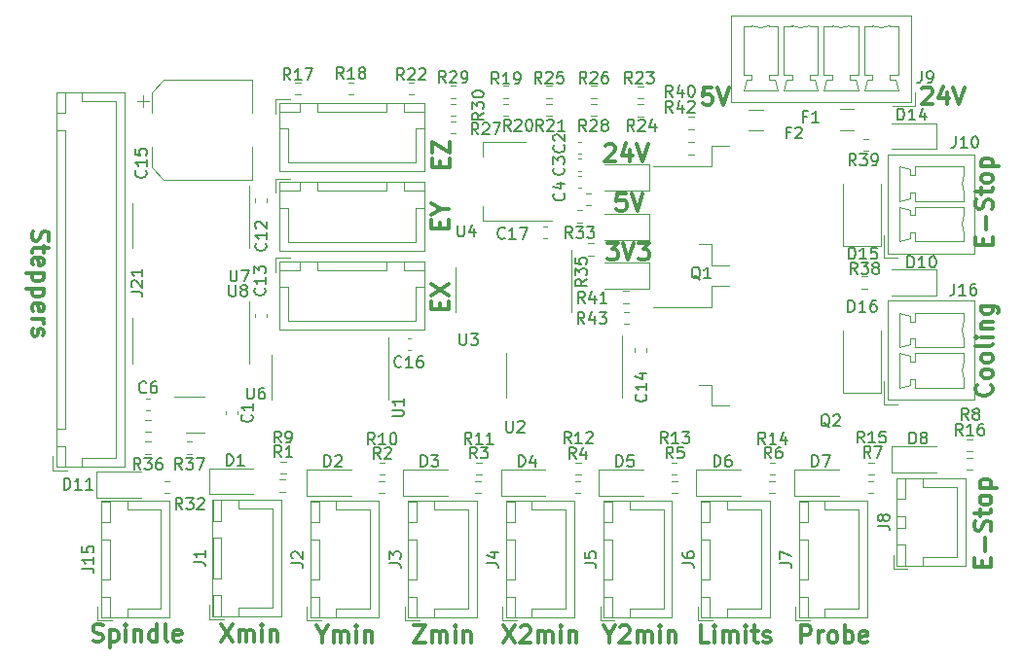
<source format=gbr>
%TF.GenerationSoftware,KiCad,Pcbnew,5.1.9*%
%TF.CreationDate,2021-07-26T21:20:54+02:00*%
%TF.ProjectId,CNCHat,434e4348-6174-42e6-9b69-6361645f7063,rev?*%
%TF.SameCoordinates,Original*%
%TF.FileFunction,Legend,Top*%
%TF.FilePolarity,Positive*%
%FSLAX46Y46*%
G04 Gerber Fmt 4.6, Leading zero omitted, Abs format (unit mm)*
G04 Created by KiCad (PCBNEW 5.1.9) date 2021-07-26 21:20:54*
%MOMM*%
%LPD*%
G01*
G04 APERTURE LIST*
%ADD10C,0.300000*%
%ADD11C,0.120000*%
%ADD12C,0.150000*%
G04 APERTURE END LIST*
D10*
X160064285Y-77128571D02*
X159350000Y-77128571D01*
X159278571Y-77842857D01*
X159350000Y-77771428D01*
X159492857Y-77700000D01*
X159850000Y-77700000D01*
X159992857Y-77771428D01*
X160064285Y-77842857D01*
X160135714Y-77985714D01*
X160135714Y-78342857D01*
X160064285Y-78485714D01*
X159992857Y-78557142D01*
X159850000Y-78628571D01*
X159492857Y-78628571D01*
X159350000Y-78557142D01*
X159278571Y-78485714D01*
X160564285Y-77128571D02*
X161064285Y-78628571D01*
X161564285Y-77128571D01*
X178364285Y-77221428D02*
X178435714Y-77150000D01*
X178578571Y-77078571D01*
X178935714Y-77078571D01*
X179078571Y-77150000D01*
X179150000Y-77221428D01*
X179221428Y-77364285D01*
X179221428Y-77507142D01*
X179150000Y-77721428D01*
X178292857Y-78578571D01*
X179221428Y-78578571D01*
X180507142Y-77578571D02*
X180507142Y-78578571D01*
X180150000Y-77007142D02*
X179792857Y-78078571D01*
X180721428Y-78078571D01*
X181078571Y-77078571D02*
X181578571Y-78578571D01*
X182078571Y-77078571D01*
X150814285Y-82171428D02*
X150885714Y-82100000D01*
X151028571Y-82028571D01*
X151385714Y-82028571D01*
X151528571Y-82100000D01*
X151600000Y-82171428D01*
X151671428Y-82314285D01*
X151671428Y-82457142D01*
X151600000Y-82671428D01*
X150742857Y-83528571D01*
X151671428Y-83528571D01*
X152957142Y-82528571D02*
X152957142Y-83528571D01*
X152600000Y-81957142D02*
X152242857Y-83028571D01*
X153171428Y-83028571D01*
X153528571Y-82028571D02*
X154028571Y-83528571D01*
X154528571Y-82028571D01*
X152564285Y-86328571D02*
X151850000Y-86328571D01*
X151778571Y-87042857D01*
X151850000Y-86971428D01*
X151992857Y-86900000D01*
X152350000Y-86900000D01*
X152492857Y-86971428D01*
X152564285Y-87042857D01*
X152635714Y-87185714D01*
X152635714Y-87542857D01*
X152564285Y-87685714D01*
X152492857Y-87757142D01*
X152350000Y-87828571D01*
X151992857Y-87828571D01*
X151850000Y-87757142D01*
X151778571Y-87685714D01*
X153064285Y-86328571D02*
X153564285Y-87828571D01*
X154064285Y-86328571D01*
X150942857Y-90628571D02*
X151871428Y-90628571D01*
X151371428Y-91200000D01*
X151585714Y-91200000D01*
X151728571Y-91271428D01*
X151800000Y-91342857D01*
X151871428Y-91485714D01*
X151871428Y-91842857D01*
X151800000Y-91985714D01*
X151728571Y-92057142D01*
X151585714Y-92128571D01*
X151157142Y-92128571D01*
X151014285Y-92057142D01*
X150942857Y-91985714D01*
X152300000Y-90628571D02*
X152800000Y-92128571D01*
X153300000Y-90628571D01*
X153657142Y-90628571D02*
X154585714Y-90628571D01*
X154085714Y-91200000D01*
X154300000Y-91200000D01*
X154442857Y-91271428D01*
X154514285Y-91342857D01*
X154585714Y-91485714D01*
X154585714Y-91842857D01*
X154514285Y-91985714D01*
X154442857Y-92057142D01*
X154300000Y-92128571D01*
X153871428Y-92128571D01*
X153728571Y-92057142D01*
X153657142Y-91985714D01*
X183692857Y-90850000D02*
X183692857Y-90350000D01*
X184478571Y-90135714D02*
X184478571Y-90850000D01*
X182978571Y-90850000D01*
X182978571Y-90135714D01*
X183907142Y-89492857D02*
X183907142Y-88350000D01*
X184407142Y-87707142D02*
X184478571Y-87492857D01*
X184478571Y-87135714D01*
X184407142Y-86992857D01*
X184335714Y-86921428D01*
X184192857Y-86850000D01*
X184050000Y-86850000D01*
X183907142Y-86921428D01*
X183835714Y-86992857D01*
X183764285Y-87135714D01*
X183692857Y-87421428D01*
X183621428Y-87564285D01*
X183550000Y-87635714D01*
X183407142Y-87707142D01*
X183264285Y-87707142D01*
X183121428Y-87635714D01*
X183050000Y-87564285D01*
X182978571Y-87421428D01*
X182978571Y-87064285D01*
X183050000Y-86850000D01*
X183478571Y-86421428D02*
X183478571Y-85850000D01*
X182978571Y-86207142D02*
X184264285Y-86207142D01*
X184407142Y-86135714D01*
X184478571Y-85992857D01*
X184478571Y-85850000D01*
X184478571Y-85135714D02*
X184407142Y-85278571D01*
X184335714Y-85350000D01*
X184192857Y-85421428D01*
X183764285Y-85421428D01*
X183621428Y-85350000D01*
X183550000Y-85278571D01*
X183478571Y-85135714D01*
X183478571Y-84921428D01*
X183550000Y-84778571D01*
X183621428Y-84707142D01*
X183764285Y-84635714D01*
X184192857Y-84635714D01*
X184335714Y-84707142D01*
X184407142Y-84778571D01*
X184478571Y-84921428D01*
X184478571Y-85135714D01*
X183478571Y-83992857D02*
X184978571Y-83992857D01*
X183550000Y-83992857D02*
X183478571Y-83850000D01*
X183478571Y-83564285D01*
X183550000Y-83421428D01*
X183621428Y-83350000D01*
X183764285Y-83278571D01*
X184192857Y-83278571D01*
X184335714Y-83350000D01*
X184407142Y-83421428D01*
X184478571Y-83564285D01*
X184478571Y-83850000D01*
X184407142Y-83992857D01*
X184335714Y-103000000D02*
X184407142Y-103071428D01*
X184478571Y-103285714D01*
X184478571Y-103428571D01*
X184407142Y-103642857D01*
X184264285Y-103785714D01*
X184121428Y-103857142D01*
X183835714Y-103928571D01*
X183621428Y-103928571D01*
X183335714Y-103857142D01*
X183192857Y-103785714D01*
X183050000Y-103642857D01*
X182978571Y-103428571D01*
X182978571Y-103285714D01*
X183050000Y-103071428D01*
X183121428Y-103000000D01*
X184478571Y-102142857D02*
X184407142Y-102285714D01*
X184335714Y-102357142D01*
X184192857Y-102428571D01*
X183764285Y-102428571D01*
X183621428Y-102357142D01*
X183550000Y-102285714D01*
X183478571Y-102142857D01*
X183478571Y-101928571D01*
X183550000Y-101785714D01*
X183621428Y-101714285D01*
X183764285Y-101642857D01*
X184192857Y-101642857D01*
X184335714Y-101714285D01*
X184407142Y-101785714D01*
X184478571Y-101928571D01*
X184478571Y-102142857D01*
X184478571Y-100785714D02*
X184407142Y-100928571D01*
X184335714Y-101000000D01*
X184192857Y-101071428D01*
X183764285Y-101071428D01*
X183621428Y-101000000D01*
X183550000Y-100928571D01*
X183478571Y-100785714D01*
X183478571Y-100571428D01*
X183550000Y-100428571D01*
X183621428Y-100357142D01*
X183764285Y-100285714D01*
X184192857Y-100285714D01*
X184335714Y-100357142D01*
X184407142Y-100428571D01*
X184478571Y-100571428D01*
X184478571Y-100785714D01*
X184478571Y-99428571D02*
X184407142Y-99571428D01*
X184264285Y-99642857D01*
X182978571Y-99642857D01*
X184478571Y-98857142D02*
X183478571Y-98857142D01*
X182978571Y-98857142D02*
X183050000Y-98928571D01*
X183121428Y-98857142D01*
X183050000Y-98785714D01*
X182978571Y-98857142D01*
X183121428Y-98857142D01*
X183478571Y-98142857D02*
X184478571Y-98142857D01*
X183621428Y-98142857D02*
X183550000Y-98071428D01*
X183478571Y-97928571D01*
X183478571Y-97714285D01*
X183550000Y-97571428D01*
X183692857Y-97500000D01*
X184478571Y-97500000D01*
X183478571Y-96142857D02*
X184692857Y-96142857D01*
X184835714Y-96214285D01*
X184907142Y-96285714D01*
X184978571Y-96428571D01*
X184978571Y-96642857D01*
X184907142Y-96785714D01*
X184407142Y-96142857D02*
X184478571Y-96285714D01*
X184478571Y-96571428D01*
X184407142Y-96714285D01*
X184335714Y-96785714D01*
X184192857Y-96857142D01*
X183764285Y-96857142D01*
X183621428Y-96785714D01*
X183550000Y-96714285D01*
X183478571Y-96571428D01*
X183478571Y-96285714D01*
X183550000Y-96142857D01*
X183592857Y-118850000D02*
X183592857Y-118350000D01*
X184378571Y-118135714D02*
X184378571Y-118850000D01*
X182878571Y-118850000D01*
X182878571Y-118135714D01*
X183807142Y-117492857D02*
X183807142Y-116350000D01*
X184307142Y-115707142D02*
X184378571Y-115492857D01*
X184378571Y-115135714D01*
X184307142Y-114992857D01*
X184235714Y-114921428D01*
X184092857Y-114850000D01*
X183950000Y-114850000D01*
X183807142Y-114921428D01*
X183735714Y-114992857D01*
X183664285Y-115135714D01*
X183592857Y-115421428D01*
X183521428Y-115564285D01*
X183450000Y-115635714D01*
X183307142Y-115707142D01*
X183164285Y-115707142D01*
X183021428Y-115635714D01*
X182950000Y-115564285D01*
X182878571Y-115421428D01*
X182878571Y-115064285D01*
X182950000Y-114850000D01*
X183378571Y-114421428D02*
X183378571Y-113850000D01*
X182878571Y-114207142D02*
X184164285Y-114207142D01*
X184307142Y-114135714D01*
X184378571Y-113992857D01*
X184378571Y-113850000D01*
X184378571Y-113135714D02*
X184307142Y-113278571D01*
X184235714Y-113350000D01*
X184092857Y-113421428D01*
X183664285Y-113421428D01*
X183521428Y-113350000D01*
X183450000Y-113278571D01*
X183378571Y-113135714D01*
X183378571Y-112921428D01*
X183450000Y-112778571D01*
X183521428Y-112707142D01*
X183664285Y-112635714D01*
X184092857Y-112635714D01*
X184235714Y-112707142D01*
X184307142Y-112778571D01*
X184378571Y-112921428D01*
X184378571Y-113135714D01*
X183378571Y-111992857D02*
X184878571Y-111992857D01*
X183450000Y-111992857D02*
X183378571Y-111850000D01*
X183378571Y-111564285D01*
X183450000Y-111421428D01*
X183521428Y-111350000D01*
X183664285Y-111278571D01*
X184092857Y-111278571D01*
X184235714Y-111350000D01*
X184307142Y-111421428D01*
X184378571Y-111564285D01*
X184378571Y-111850000D01*
X184307142Y-111992857D01*
X106242857Y-125307142D02*
X106457142Y-125378571D01*
X106814285Y-125378571D01*
X106957142Y-125307142D01*
X107028571Y-125235714D01*
X107100000Y-125092857D01*
X107100000Y-124950000D01*
X107028571Y-124807142D01*
X106957142Y-124735714D01*
X106814285Y-124664285D01*
X106528571Y-124592857D01*
X106385714Y-124521428D01*
X106314285Y-124450000D01*
X106242857Y-124307142D01*
X106242857Y-124164285D01*
X106314285Y-124021428D01*
X106385714Y-123950000D01*
X106528571Y-123878571D01*
X106885714Y-123878571D01*
X107100000Y-123950000D01*
X107742857Y-124378571D02*
X107742857Y-125878571D01*
X107742857Y-124450000D02*
X107885714Y-124378571D01*
X108171428Y-124378571D01*
X108314285Y-124450000D01*
X108385714Y-124521428D01*
X108457142Y-124664285D01*
X108457142Y-125092857D01*
X108385714Y-125235714D01*
X108314285Y-125307142D01*
X108171428Y-125378571D01*
X107885714Y-125378571D01*
X107742857Y-125307142D01*
X109100000Y-125378571D02*
X109100000Y-124378571D01*
X109100000Y-123878571D02*
X109028571Y-123950000D01*
X109100000Y-124021428D01*
X109171428Y-123950000D01*
X109100000Y-123878571D01*
X109100000Y-124021428D01*
X109814285Y-124378571D02*
X109814285Y-125378571D01*
X109814285Y-124521428D02*
X109885714Y-124450000D01*
X110028571Y-124378571D01*
X110242857Y-124378571D01*
X110385714Y-124450000D01*
X110457142Y-124592857D01*
X110457142Y-125378571D01*
X111814285Y-125378571D02*
X111814285Y-123878571D01*
X111814285Y-125307142D02*
X111671428Y-125378571D01*
X111385714Y-125378571D01*
X111242857Y-125307142D01*
X111171428Y-125235714D01*
X111100000Y-125092857D01*
X111100000Y-124664285D01*
X111171428Y-124521428D01*
X111242857Y-124450000D01*
X111385714Y-124378571D01*
X111671428Y-124378571D01*
X111814285Y-124450000D01*
X112742857Y-125378571D02*
X112600000Y-125307142D01*
X112528571Y-125164285D01*
X112528571Y-123878571D01*
X113885714Y-125307142D02*
X113742857Y-125378571D01*
X113457142Y-125378571D01*
X113314285Y-125307142D01*
X113242857Y-125164285D01*
X113242857Y-124592857D01*
X113314285Y-124450000D01*
X113457142Y-124378571D01*
X113742857Y-124378571D01*
X113885714Y-124450000D01*
X113957142Y-124592857D01*
X113957142Y-124735714D01*
X113242857Y-124878571D01*
X100992857Y-89628571D02*
X100921428Y-89842857D01*
X100921428Y-90200000D01*
X100992857Y-90342857D01*
X101064285Y-90414285D01*
X101207142Y-90485714D01*
X101350000Y-90485714D01*
X101492857Y-90414285D01*
X101564285Y-90342857D01*
X101635714Y-90200000D01*
X101707142Y-89914285D01*
X101778571Y-89771428D01*
X101850000Y-89700000D01*
X101992857Y-89628571D01*
X102135714Y-89628571D01*
X102278571Y-89700000D01*
X102350000Y-89771428D01*
X102421428Y-89914285D01*
X102421428Y-90271428D01*
X102350000Y-90485714D01*
X101921428Y-90914285D02*
X101921428Y-91485714D01*
X102421428Y-91128571D02*
X101135714Y-91128571D01*
X100992857Y-91200000D01*
X100921428Y-91342857D01*
X100921428Y-91485714D01*
X100992857Y-92557142D02*
X100921428Y-92414285D01*
X100921428Y-92128571D01*
X100992857Y-91985714D01*
X101135714Y-91914285D01*
X101707142Y-91914285D01*
X101850000Y-91985714D01*
X101921428Y-92128571D01*
X101921428Y-92414285D01*
X101850000Y-92557142D01*
X101707142Y-92628571D01*
X101564285Y-92628571D01*
X101421428Y-91914285D01*
X101921428Y-93271428D02*
X100421428Y-93271428D01*
X101850000Y-93271428D02*
X101921428Y-93414285D01*
X101921428Y-93700000D01*
X101850000Y-93842857D01*
X101778571Y-93914285D01*
X101635714Y-93985714D01*
X101207142Y-93985714D01*
X101064285Y-93914285D01*
X100992857Y-93842857D01*
X100921428Y-93700000D01*
X100921428Y-93414285D01*
X100992857Y-93271428D01*
X101921428Y-94628571D02*
X100421428Y-94628571D01*
X101850000Y-94628571D02*
X101921428Y-94771428D01*
X101921428Y-95057142D01*
X101850000Y-95200000D01*
X101778571Y-95271428D01*
X101635714Y-95342857D01*
X101207142Y-95342857D01*
X101064285Y-95271428D01*
X100992857Y-95200000D01*
X100921428Y-95057142D01*
X100921428Y-94771428D01*
X100992857Y-94628571D01*
X100992857Y-96557142D02*
X100921428Y-96414285D01*
X100921428Y-96128571D01*
X100992857Y-95985714D01*
X101135714Y-95914285D01*
X101707142Y-95914285D01*
X101850000Y-95985714D01*
X101921428Y-96128571D01*
X101921428Y-96414285D01*
X101850000Y-96557142D01*
X101707142Y-96628571D01*
X101564285Y-96628571D01*
X101421428Y-95914285D01*
X100921428Y-97271428D02*
X101921428Y-97271428D01*
X101635714Y-97271428D02*
X101778571Y-97342857D01*
X101850000Y-97414285D01*
X101921428Y-97557142D01*
X101921428Y-97700000D01*
X100992857Y-98128571D02*
X100921428Y-98271428D01*
X100921428Y-98557142D01*
X100992857Y-98700000D01*
X101135714Y-98771428D01*
X101207142Y-98771428D01*
X101350000Y-98700000D01*
X101421428Y-98557142D01*
X101421428Y-98342857D01*
X101492857Y-98200000D01*
X101635714Y-98128571D01*
X101707142Y-98128571D01*
X101850000Y-98200000D01*
X101921428Y-98342857D01*
X101921428Y-98557142D01*
X101850000Y-98700000D01*
X167842857Y-125478571D02*
X167842857Y-123978571D01*
X168414285Y-123978571D01*
X168557142Y-124050000D01*
X168628571Y-124121428D01*
X168700000Y-124264285D01*
X168700000Y-124478571D01*
X168628571Y-124621428D01*
X168557142Y-124692857D01*
X168414285Y-124764285D01*
X167842857Y-124764285D01*
X169342857Y-125478571D02*
X169342857Y-124478571D01*
X169342857Y-124764285D02*
X169414285Y-124621428D01*
X169485714Y-124550000D01*
X169628571Y-124478571D01*
X169771428Y-124478571D01*
X170485714Y-125478571D02*
X170342857Y-125407142D01*
X170271428Y-125335714D01*
X170200000Y-125192857D01*
X170200000Y-124764285D01*
X170271428Y-124621428D01*
X170342857Y-124550000D01*
X170485714Y-124478571D01*
X170700000Y-124478571D01*
X170842857Y-124550000D01*
X170914285Y-124621428D01*
X170985714Y-124764285D01*
X170985714Y-125192857D01*
X170914285Y-125335714D01*
X170842857Y-125407142D01*
X170700000Y-125478571D01*
X170485714Y-125478571D01*
X171628571Y-125478571D02*
X171628571Y-123978571D01*
X171628571Y-124550000D02*
X171771428Y-124478571D01*
X172057142Y-124478571D01*
X172200000Y-124550000D01*
X172271428Y-124621428D01*
X172342857Y-124764285D01*
X172342857Y-125192857D01*
X172271428Y-125335714D01*
X172200000Y-125407142D01*
X172057142Y-125478571D01*
X171771428Y-125478571D01*
X171628571Y-125407142D01*
X173557142Y-125407142D02*
X173414285Y-125478571D01*
X173128571Y-125478571D01*
X172985714Y-125407142D01*
X172914285Y-125264285D01*
X172914285Y-124692857D01*
X172985714Y-124550000D01*
X173128571Y-124478571D01*
X173414285Y-124478571D01*
X173557142Y-124550000D01*
X173628571Y-124692857D01*
X173628571Y-124835714D01*
X172914285Y-124978571D01*
X159814285Y-125478571D02*
X159100000Y-125478571D01*
X159100000Y-123978571D01*
X160314285Y-125478571D02*
X160314285Y-124478571D01*
X160314285Y-123978571D02*
X160242857Y-124050000D01*
X160314285Y-124121428D01*
X160385714Y-124050000D01*
X160314285Y-123978571D01*
X160314285Y-124121428D01*
X161028571Y-125478571D02*
X161028571Y-124478571D01*
X161028571Y-124621428D02*
X161100000Y-124550000D01*
X161242857Y-124478571D01*
X161457142Y-124478571D01*
X161600000Y-124550000D01*
X161671428Y-124692857D01*
X161671428Y-125478571D01*
X161671428Y-124692857D02*
X161742857Y-124550000D01*
X161885714Y-124478571D01*
X162100000Y-124478571D01*
X162242857Y-124550000D01*
X162314285Y-124692857D01*
X162314285Y-125478571D01*
X163028571Y-125478571D02*
X163028571Y-124478571D01*
X163028571Y-123978571D02*
X162957142Y-124050000D01*
X163028571Y-124121428D01*
X163100000Y-124050000D01*
X163028571Y-123978571D01*
X163028571Y-124121428D01*
X163528571Y-124478571D02*
X164100000Y-124478571D01*
X163742857Y-123978571D02*
X163742857Y-125264285D01*
X163814285Y-125407142D01*
X163957142Y-125478571D01*
X164100000Y-125478571D01*
X164528571Y-125407142D02*
X164671428Y-125478571D01*
X164957142Y-125478571D01*
X165100000Y-125407142D01*
X165171428Y-125264285D01*
X165171428Y-125192857D01*
X165100000Y-125050000D01*
X164957142Y-124978571D01*
X164742857Y-124978571D01*
X164600000Y-124907142D01*
X164528571Y-124764285D01*
X164528571Y-124692857D01*
X164600000Y-124550000D01*
X164742857Y-124478571D01*
X164957142Y-124478571D01*
X165100000Y-124550000D01*
X151150000Y-124764285D02*
X151150000Y-125478571D01*
X150650000Y-123978571D02*
X151150000Y-124764285D01*
X151650000Y-123978571D01*
X152078571Y-124121428D02*
X152150000Y-124050000D01*
X152292857Y-123978571D01*
X152650000Y-123978571D01*
X152792857Y-124050000D01*
X152864285Y-124121428D01*
X152935714Y-124264285D01*
X152935714Y-124407142D01*
X152864285Y-124621428D01*
X152007142Y-125478571D01*
X152935714Y-125478571D01*
X153578571Y-125478571D02*
X153578571Y-124478571D01*
X153578571Y-124621428D02*
X153650000Y-124550000D01*
X153792857Y-124478571D01*
X154007142Y-124478571D01*
X154150000Y-124550000D01*
X154221428Y-124692857D01*
X154221428Y-125478571D01*
X154221428Y-124692857D02*
X154292857Y-124550000D01*
X154435714Y-124478571D01*
X154650000Y-124478571D01*
X154792857Y-124550000D01*
X154864285Y-124692857D01*
X154864285Y-125478571D01*
X155578571Y-125478571D02*
X155578571Y-124478571D01*
X155578571Y-123978571D02*
X155507142Y-124050000D01*
X155578571Y-124121428D01*
X155650000Y-124050000D01*
X155578571Y-123978571D01*
X155578571Y-124121428D01*
X156292857Y-124478571D02*
X156292857Y-125478571D01*
X156292857Y-124621428D02*
X156364285Y-124550000D01*
X156507142Y-124478571D01*
X156721428Y-124478571D01*
X156864285Y-124550000D01*
X156935714Y-124692857D01*
X156935714Y-125478571D01*
X141950000Y-123978571D02*
X142950000Y-125478571D01*
X142950000Y-123978571D02*
X141950000Y-125478571D01*
X143450000Y-124121428D02*
X143521428Y-124050000D01*
X143664285Y-123978571D01*
X144021428Y-123978571D01*
X144164285Y-124050000D01*
X144235714Y-124121428D01*
X144307142Y-124264285D01*
X144307142Y-124407142D01*
X144235714Y-124621428D01*
X143378571Y-125478571D01*
X144307142Y-125478571D01*
X144950000Y-125478571D02*
X144950000Y-124478571D01*
X144950000Y-124621428D02*
X145021428Y-124550000D01*
X145164285Y-124478571D01*
X145378571Y-124478571D01*
X145521428Y-124550000D01*
X145592857Y-124692857D01*
X145592857Y-125478571D01*
X145592857Y-124692857D02*
X145664285Y-124550000D01*
X145807142Y-124478571D01*
X146021428Y-124478571D01*
X146164285Y-124550000D01*
X146235714Y-124692857D01*
X146235714Y-125478571D01*
X146950000Y-125478571D02*
X146950000Y-124478571D01*
X146950000Y-123978571D02*
X146878571Y-124050000D01*
X146950000Y-124121428D01*
X147021428Y-124050000D01*
X146950000Y-123978571D01*
X146950000Y-124121428D01*
X147664285Y-124478571D02*
X147664285Y-125478571D01*
X147664285Y-124621428D02*
X147735714Y-124550000D01*
X147878571Y-124478571D01*
X148092857Y-124478571D01*
X148235714Y-124550000D01*
X148307142Y-124692857D01*
X148307142Y-125478571D01*
X134164285Y-123978571D02*
X135164285Y-123978571D01*
X134164285Y-125478571D01*
X135164285Y-125478571D01*
X135735714Y-125478571D02*
X135735714Y-124478571D01*
X135735714Y-124621428D02*
X135807142Y-124550000D01*
X135950000Y-124478571D01*
X136164285Y-124478571D01*
X136307142Y-124550000D01*
X136378571Y-124692857D01*
X136378571Y-125478571D01*
X136378571Y-124692857D02*
X136450000Y-124550000D01*
X136592857Y-124478571D01*
X136807142Y-124478571D01*
X136950000Y-124550000D01*
X137021428Y-124692857D01*
X137021428Y-125478571D01*
X137735714Y-125478571D02*
X137735714Y-124478571D01*
X137735714Y-123978571D02*
X137664285Y-124050000D01*
X137735714Y-124121428D01*
X137807142Y-124050000D01*
X137735714Y-123978571D01*
X137735714Y-124121428D01*
X138450000Y-124478571D02*
X138450000Y-125478571D01*
X138450000Y-124621428D02*
X138521428Y-124550000D01*
X138664285Y-124478571D01*
X138878571Y-124478571D01*
X139021428Y-124550000D01*
X139092857Y-124692857D01*
X139092857Y-125478571D01*
X126164285Y-124764285D02*
X126164285Y-125478571D01*
X125664285Y-123978571D02*
X126164285Y-124764285D01*
X126664285Y-123978571D01*
X127164285Y-125478571D02*
X127164285Y-124478571D01*
X127164285Y-124621428D02*
X127235714Y-124550000D01*
X127378571Y-124478571D01*
X127592857Y-124478571D01*
X127735714Y-124550000D01*
X127807142Y-124692857D01*
X127807142Y-125478571D01*
X127807142Y-124692857D02*
X127878571Y-124550000D01*
X128021428Y-124478571D01*
X128235714Y-124478571D01*
X128378571Y-124550000D01*
X128450000Y-124692857D01*
X128450000Y-125478571D01*
X129164285Y-125478571D02*
X129164285Y-124478571D01*
X129164285Y-123978571D02*
X129092857Y-124050000D01*
X129164285Y-124121428D01*
X129235714Y-124050000D01*
X129164285Y-123978571D01*
X129164285Y-124121428D01*
X129878571Y-124478571D02*
X129878571Y-125478571D01*
X129878571Y-124621428D02*
X129950000Y-124550000D01*
X130092857Y-124478571D01*
X130307142Y-124478571D01*
X130450000Y-124550000D01*
X130521428Y-124692857D01*
X130521428Y-125478571D01*
X136442857Y-84035714D02*
X136442857Y-83535714D01*
X137228571Y-83321428D02*
X137228571Y-84035714D01*
X135728571Y-84035714D01*
X135728571Y-83321428D01*
X135728571Y-82821428D02*
X135728571Y-81821428D01*
X137228571Y-82821428D01*
X137228571Y-81821428D01*
X136392857Y-89364285D02*
X136392857Y-88864285D01*
X137178571Y-88650000D02*
X137178571Y-89364285D01*
X135678571Y-89364285D01*
X135678571Y-88650000D01*
X136464285Y-87721428D02*
X137178571Y-87721428D01*
X135678571Y-88221428D02*
X136464285Y-87721428D01*
X135678571Y-87221428D01*
X136392857Y-96435714D02*
X136392857Y-95935714D01*
X137178571Y-95721428D02*
X137178571Y-96435714D01*
X135678571Y-96435714D01*
X135678571Y-95721428D01*
X135678571Y-95221428D02*
X137178571Y-94221428D01*
X135678571Y-94221428D02*
X137178571Y-95221428D01*
X117364285Y-123878571D02*
X118364285Y-125378571D01*
X118364285Y-123878571D02*
X117364285Y-125378571D01*
X118935714Y-125378571D02*
X118935714Y-124378571D01*
X118935714Y-124521428D02*
X119007142Y-124450000D01*
X119150000Y-124378571D01*
X119364285Y-124378571D01*
X119507142Y-124450000D01*
X119578571Y-124592857D01*
X119578571Y-125378571D01*
X119578571Y-124592857D02*
X119650000Y-124450000D01*
X119792857Y-124378571D01*
X120007142Y-124378571D01*
X120150000Y-124450000D01*
X120221428Y-124592857D01*
X120221428Y-125378571D01*
X120935714Y-125378571D02*
X120935714Y-124378571D01*
X120935714Y-123878571D02*
X120864285Y-123950000D01*
X120935714Y-124021428D01*
X121007142Y-123950000D01*
X120935714Y-123878571D01*
X120935714Y-124021428D01*
X121650000Y-124378571D02*
X121650000Y-125378571D01*
X121650000Y-124521428D02*
X121721428Y-124450000D01*
X121864285Y-124378571D01*
X122078571Y-124378571D01*
X122221428Y-124450000D01*
X122292857Y-124592857D01*
X122292857Y-125378571D01*
D11*
%TO.C,U2*%
X152260000Y-102150000D02*
X152260000Y-98700000D01*
X152260000Y-102150000D02*
X152260000Y-104100000D01*
X142140000Y-102150000D02*
X142140000Y-100200000D01*
X142140000Y-102150000D02*
X142140000Y-104100000D01*
%TO.C,C1*%
X117790000Y-105565580D02*
X117790000Y-105284420D01*
X118810000Y-105565580D02*
X118810000Y-105284420D01*
%TO.C,R1*%
X122962258Y-112322500D02*
X122487742Y-112322500D01*
X122962258Y-111277500D02*
X122487742Y-111277500D01*
%TO.C,R9*%
X123012258Y-110722500D02*
X122537742Y-110722500D01*
X123012258Y-109677500D02*
X122537742Y-109677500D01*
%TO.C,U6*%
X115087500Y-107160000D02*
X115887500Y-107160000D01*
X115087500Y-107160000D02*
X114287500Y-107160000D01*
X115087500Y-104040000D02*
X115887500Y-104040000D01*
X115087500Y-104040000D02*
X113287500Y-104040000D01*
%TO.C,R34*%
X111262258Y-107122500D02*
X110787742Y-107122500D01*
X111262258Y-106077500D02*
X110787742Y-106077500D01*
%TO.C,C6*%
X110884420Y-104190000D02*
X111165580Y-104190000D01*
X110884420Y-105210000D02*
X111165580Y-105210000D01*
%TO.C,J5*%
X150640000Y-123260000D02*
X156610000Y-123260000D01*
X156610000Y-123260000D02*
X156610000Y-113140000D01*
X156610000Y-113140000D02*
X150640000Y-113140000D01*
X150640000Y-113140000D02*
X150640000Y-123260000D01*
X150650000Y-119950000D02*
X151400000Y-119950000D01*
X151400000Y-119950000D02*
X151400000Y-116450000D01*
X151400000Y-116450000D02*
X150650000Y-116450000D01*
X150650000Y-116450000D02*
X150650000Y-119950000D01*
X150650000Y-123250000D02*
X151400000Y-123250000D01*
X151400000Y-123250000D02*
X151400000Y-121450000D01*
X151400000Y-121450000D02*
X150650000Y-121450000D01*
X150650000Y-121450000D02*
X150650000Y-123250000D01*
X150650000Y-114950000D02*
X151400000Y-114950000D01*
X151400000Y-114950000D02*
X151400000Y-113150000D01*
X151400000Y-113150000D02*
X150650000Y-113150000D01*
X150650000Y-113150000D02*
X150650000Y-114950000D01*
X152900000Y-123250000D02*
X152900000Y-122500000D01*
X152900000Y-122500000D02*
X155850000Y-122500000D01*
X155850000Y-122500000D02*
X155850000Y-118200000D01*
X152900000Y-113150000D02*
X152900000Y-113900000D01*
X152900000Y-113900000D02*
X155850000Y-113900000D01*
X155850000Y-113900000D02*
X155850000Y-118200000D01*
X150350000Y-122300000D02*
X150350000Y-123550000D01*
X150350000Y-123550000D02*
X151600000Y-123550000D01*
%TO.C,U4*%
X140140000Y-81890000D02*
X140140000Y-83150000D01*
X140140000Y-88710000D02*
X140140000Y-87450000D01*
X143900000Y-81890000D02*
X140140000Y-81890000D01*
X146150000Y-88710000D02*
X140140000Y-88710000D01*
%TO.C,U3*%
X137740000Y-94700000D02*
X137740000Y-96650000D01*
X137740000Y-94700000D02*
X137740000Y-92750000D01*
X147860000Y-94700000D02*
X147860000Y-96650000D01*
X147860000Y-94700000D02*
X147860000Y-91250000D01*
%TO.C,U1*%
X121775000Y-102325000D02*
X121775000Y-104275000D01*
X121775000Y-102325000D02*
X121775000Y-100375000D01*
X131895000Y-102325000D02*
X131895000Y-104275000D01*
X131895000Y-102325000D02*
X131895000Y-98875000D01*
%TO.C,R43*%
X152862258Y-97722500D02*
X152387742Y-97722500D01*
X152862258Y-96677500D02*
X152387742Y-96677500D01*
%TO.C,R42*%
X158512258Y-82922500D02*
X158037742Y-82922500D01*
X158512258Y-81877500D02*
X158037742Y-81877500D01*
%TO.C,R41*%
X152362742Y-94827500D02*
X152837258Y-94827500D01*
X152362742Y-95872500D02*
X152837258Y-95872500D01*
%TO.C,R37*%
X114862258Y-109022500D02*
X114387742Y-109022500D01*
X114862258Y-107977500D02*
X114387742Y-107977500D01*
%TO.C,R36*%
X111262258Y-109022500D02*
X110787742Y-109022500D01*
X111262258Y-107977500D02*
X110787742Y-107977500D01*
%TO.C,R35*%
X149287742Y-90677500D02*
X149762258Y-90677500D01*
X149287742Y-91722500D02*
X149762258Y-91722500D01*
%TO.C,R33*%
X148812258Y-87827500D02*
X148337742Y-87827500D01*
X148812258Y-88872500D02*
X148337742Y-88872500D01*
%TO.C,R32*%
X112912258Y-112422500D02*
X112437742Y-112422500D01*
X112912258Y-111377500D02*
X112437742Y-111377500D01*
%TO.C,R30*%
X137812258Y-79572500D02*
X137337742Y-79572500D01*
X137812258Y-78527500D02*
X137337742Y-78527500D01*
%TO.C,R29*%
X137812258Y-78022500D02*
X137337742Y-78022500D01*
X137812258Y-76977500D02*
X137337742Y-76977500D01*
%TO.C,R28*%
X150012258Y-79572500D02*
X149537742Y-79572500D01*
X150012258Y-78527500D02*
X149537742Y-78527500D01*
%TO.C,R27*%
X137812258Y-81122500D02*
X137337742Y-81122500D01*
X137812258Y-80077500D02*
X137337742Y-80077500D01*
%TO.C,R26*%
X149537742Y-76977500D02*
X150012258Y-76977500D01*
X149537742Y-78022500D02*
X150012258Y-78022500D01*
%TO.C,R25*%
X145687742Y-78527500D02*
X146162258Y-78527500D01*
X145687742Y-79572500D02*
X146162258Y-79572500D01*
%TO.C,R24*%
X153637742Y-78577500D02*
X154112258Y-78577500D01*
X153637742Y-79622500D02*
X154112258Y-79622500D01*
%TO.C,R23*%
X153612742Y-77027500D02*
X154087258Y-77027500D01*
X153612742Y-78072500D02*
X154087258Y-78072500D01*
%TO.C,R22*%
X133687742Y-76677500D02*
X134162258Y-76677500D01*
X133687742Y-77722500D02*
X134162258Y-77722500D01*
%TO.C,R21*%
X145687742Y-76977500D02*
X146162258Y-76977500D01*
X145687742Y-78022500D02*
X146162258Y-78022500D01*
%TO.C,R20*%
X141887742Y-78527500D02*
X142362258Y-78527500D01*
X141887742Y-79572500D02*
X142362258Y-79572500D01*
%TO.C,R19*%
X141912742Y-76977500D02*
X142387258Y-76977500D01*
X141912742Y-78022500D02*
X142387258Y-78022500D01*
%TO.C,R18*%
X128437742Y-76677500D02*
X128912258Y-76677500D01*
X128437742Y-77722500D02*
X128912258Y-77722500D01*
%TO.C,R17*%
X123837742Y-76677500D02*
X124312258Y-76677500D01*
X123837742Y-77722500D02*
X124312258Y-77722500D01*
%TO.C,R16*%
X182712258Y-108822500D02*
X182237742Y-108822500D01*
X182712258Y-107777500D02*
X182237742Y-107777500D01*
%TO.C,R15*%
X174162258Y-110822500D02*
X173687742Y-110822500D01*
X174162258Y-109777500D02*
X173687742Y-109777500D01*
%TO.C,R14*%
X165562258Y-110822500D02*
X165087742Y-110822500D01*
X165562258Y-109777500D02*
X165087742Y-109777500D01*
%TO.C,R13*%
X157012258Y-110822500D02*
X156537742Y-110822500D01*
X157012258Y-109777500D02*
X156537742Y-109777500D01*
%TO.C,R12*%
X148662258Y-110822500D02*
X148187742Y-110822500D01*
X148662258Y-109777500D02*
X148187742Y-109777500D01*
%TO.C,R11*%
X140062258Y-110822500D02*
X139587742Y-110822500D01*
X140062258Y-109777500D02*
X139587742Y-109777500D01*
%TO.C,R10*%
X131612258Y-110822500D02*
X131137742Y-110822500D01*
X131612258Y-109777500D02*
X131137742Y-109777500D01*
%TO.C,R8*%
X182237742Y-109377500D02*
X182712258Y-109377500D01*
X182237742Y-110422500D02*
X182712258Y-110422500D01*
%TO.C,R7*%
X174137258Y-112422500D02*
X173662742Y-112422500D01*
X174137258Y-111377500D02*
X173662742Y-111377500D01*
%TO.C,R6*%
X165537258Y-112422500D02*
X165062742Y-112422500D01*
X165537258Y-111377500D02*
X165062742Y-111377500D01*
%TO.C,R5*%
X157037258Y-112422500D02*
X156562742Y-112422500D01*
X157037258Y-111377500D02*
X156562742Y-111377500D01*
%TO.C,R4*%
X148637258Y-112422500D02*
X148162742Y-112422500D01*
X148637258Y-111377500D02*
X148162742Y-111377500D01*
%TO.C,R3*%
X139962258Y-112422500D02*
X139487742Y-112422500D01*
X139962258Y-111377500D02*
X139487742Y-111377500D01*
%TO.C,R2*%
X131562258Y-112422500D02*
X131087742Y-112422500D01*
X131562258Y-111377500D02*
X131087742Y-111377500D01*
%TO.C,J21*%
X103040000Y-110160000D02*
X109010000Y-110160000D01*
X109010000Y-110160000D02*
X109010000Y-77540000D01*
X109010000Y-77540000D02*
X103040000Y-77540000D01*
X103040000Y-77540000D02*
X103040000Y-110160000D01*
X103050000Y-106850000D02*
X103800000Y-106850000D01*
X103800000Y-106850000D02*
X103800000Y-80850000D01*
X103800000Y-80850000D02*
X103050000Y-80850000D01*
X103050000Y-80850000D02*
X103050000Y-106850000D01*
X103050000Y-110150000D02*
X103800000Y-110150000D01*
X103800000Y-110150000D02*
X103800000Y-108350000D01*
X103800000Y-108350000D02*
X103050000Y-108350000D01*
X103050000Y-108350000D02*
X103050000Y-110150000D01*
X103050000Y-79350000D02*
X103800000Y-79350000D01*
X103800000Y-79350000D02*
X103800000Y-77550000D01*
X103800000Y-77550000D02*
X103050000Y-77550000D01*
X103050000Y-77550000D02*
X103050000Y-79350000D01*
X105300000Y-110150000D02*
X105300000Y-109400000D01*
X105300000Y-109400000D02*
X108250000Y-109400000D01*
X108250000Y-109400000D02*
X108250000Y-93850000D01*
X105300000Y-77550000D02*
X105300000Y-78300000D01*
X105300000Y-78300000D02*
X108250000Y-78300000D01*
X108250000Y-78300000D02*
X108250000Y-93850000D01*
X102750000Y-109200000D02*
X102750000Y-110450000D01*
X102750000Y-110450000D02*
X104000000Y-110450000D01*
%TO.C,J15*%
X106940000Y-123260000D02*
X112910000Y-123260000D01*
X112910000Y-123260000D02*
X112910000Y-113140000D01*
X112910000Y-113140000D02*
X106940000Y-113140000D01*
X106940000Y-113140000D02*
X106940000Y-123260000D01*
X106950000Y-119950000D02*
X107700000Y-119950000D01*
X107700000Y-119950000D02*
X107700000Y-116450000D01*
X107700000Y-116450000D02*
X106950000Y-116450000D01*
X106950000Y-116450000D02*
X106950000Y-119950000D01*
X106950000Y-123250000D02*
X107700000Y-123250000D01*
X107700000Y-123250000D02*
X107700000Y-121450000D01*
X107700000Y-121450000D02*
X106950000Y-121450000D01*
X106950000Y-121450000D02*
X106950000Y-123250000D01*
X106950000Y-114950000D02*
X107700000Y-114950000D01*
X107700000Y-114950000D02*
X107700000Y-113150000D01*
X107700000Y-113150000D02*
X106950000Y-113150000D01*
X106950000Y-113150000D02*
X106950000Y-114950000D01*
X109200000Y-123250000D02*
X109200000Y-122500000D01*
X109200000Y-122500000D02*
X112150000Y-122500000D01*
X112150000Y-122500000D02*
X112150000Y-118200000D01*
X109200000Y-113150000D02*
X109200000Y-113900000D01*
X109200000Y-113900000D02*
X112150000Y-113900000D01*
X112150000Y-113900000D02*
X112150000Y-118200000D01*
X106650000Y-122300000D02*
X106650000Y-123550000D01*
X106650000Y-123550000D02*
X107900000Y-123550000D01*
%TO.C,J13*%
X122440000Y-78440000D02*
X122440000Y-84410000D01*
X122440000Y-84410000D02*
X135060000Y-84410000D01*
X135060000Y-84410000D02*
X135060000Y-78440000D01*
X135060000Y-78440000D02*
X122440000Y-78440000D01*
X125750000Y-78450000D02*
X125750000Y-79200000D01*
X125750000Y-79200000D02*
X131750000Y-79200000D01*
X131750000Y-79200000D02*
X131750000Y-78450000D01*
X131750000Y-78450000D02*
X125750000Y-78450000D01*
X122450000Y-78450000D02*
X122450000Y-79200000D01*
X122450000Y-79200000D02*
X124250000Y-79200000D01*
X124250000Y-79200000D02*
X124250000Y-78450000D01*
X124250000Y-78450000D02*
X122450000Y-78450000D01*
X133250000Y-78450000D02*
X133250000Y-79200000D01*
X133250000Y-79200000D02*
X135050000Y-79200000D01*
X135050000Y-79200000D02*
X135050000Y-78450000D01*
X135050000Y-78450000D02*
X133250000Y-78450000D01*
X122450000Y-80700000D02*
X123200000Y-80700000D01*
X123200000Y-80700000D02*
X123200000Y-83650000D01*
X123200000Y-83650000D02*
X128750000Y-83650000D01*
X135050000Y-80700000D02*
X134300000Y-80700000D01*
X134300000Y-80700000D02*
X134300000Y-83650000D01*
X134300000Y-83650000D02*
X128750000Y-83650000D01*
X123400000Y-78150000D02*
X122150000Y-78150000D01*
X122150000Y-78150000D02*
X122150000Y-79400000D01*
%TO.C,J12*%
X122440000Y-85340000D02*
X122440000Y-91310000D01*
X122440000Y-91310000D02*
X135060000Y-91310000D01*
X135060000Y-91310000D02*
X135060000Y-85340000D01*
X135060000Y-85340000D02*
X122440000Y-85340000D01*
X125750000Y-85350000D02*
X125750000Y-86100000D01*
X125750000Y-86100000D02*
X131750000Y-86100000D01*
X131750000Y-86100000D02*
X131750000Y-85350000D01*
X131750000Y-85350000D02*
X125750000Y-85350000D01*
X122450000Y-85350000D02*
X122450000Y-86100000D01*
X122450000Y-86100000D02*
X124250000Y-86100000D01*
X124250000Y-86100000D02*
X124250000Y-85350000D01*
X124250000Y-85350000D02*
X122450000Y-85350000D01*
X133250000Y-85350000D02*
X133250000Y-86100000D01*
X133250000Y-86100000D02*
X135050000Y-86100000D01*
X135050000Y-86100000D02*
X135050000Y-85350000D01*
X135050000Y-85350000D02*
X133250000Y-85350000D01*
X122450000Y-87600000D02*
X123200000Y-87600000D01*
X123200000Y-87600000D02*
X123200000Y-90550000D01*
X123200000Y-90550000D02*
X128750000Y-90550000D01*
X135050000Y-87600000D02*
X134300000Y-87600000D01*
X134300000Y-87600000D02*
X134300000Y-90550000D01*
X134300000Y-90550000D02*
X128750000Y-90550000D01*
X123400000Y-85050000D02*
X122150000Y-85050000D01*
X122150000Y-85050000D02*
X122150000Y-86300000D01*
%TO.C,J11*%
X122440000Y-92240000D02*
X122440000Y-98210000D01*
X122440000Y-98210000D02*
X135060000Y-98210000D01*
X135060000Y-98210000D02*
X135060000Y-92240000D01*
X135060000Y-92240000D02*
X122440000Y-92240000D01*
X125750000Y-92250000D02*
X125750000Y-93000000D01*
X125750000Y-93000000D02*
X131750000Y-93000000D01*
X131750000Y-93000000D02*
X131750000Y-92250000D01*
X131750000Y-92250000D02*
X125750000Y-92250000D01*
X122450000Y-92250000D02*
X122450000Y-93000000D01*
X122450000Y-93000000D02*
X124250000Y-93000000D01*
X124250000Y-93000000D02*
X124250000Y-92250000D01*
X124250000Y-92250000D02*
X122450000Y-92250000D01*
X133250000Y-92250000D02*
X133250000Y-93000000D01*
X133250000Y-93000000D02*
X135050000Y-93000000D01*
X135050000Y-93000000D02*
X135050000Y-92250000D01*
X135050000Y-92250000D02*
X133250000Y-92250000D01*
X122450000Y-94500000D02*
X123200000Y-94500000D01*
X123200000Y-94500000D02*
X123200000Y-97450000D01*
X123200000Y-97450000D02*
X128750000Y-97450000D01*
X135050000Y-94500000D02*
X134300000Y-94500000D01*
X134300000Y-94500000D02*
X134300000Y-97450000D01*
X134300000Y-97450000D02*
X128750000Y-97450000D01*
X123400000Y-91950000D02*
X122150000Y-91950000D01*
X122150000Y-91950000D02*
X122150000Y-93200000D01*
%TO.C,J8*%
X176140000Y-118760000D02*
X182110000Y-118760000D01*
X182110000Y-118760000D02*
X182110000Y-111140000D01*
X182110000Y-111140000D02*
X176140000Y-111140000D01*
X176140000Y-111140000D02*
X176140000Y-118760000D01*
X176150000Y-115450000D02*
X176900000Y-115450000D01*
X176900000Y-115450000D02*
X176900000Y-114450000D01*
X176900000Y-114450000D02*
X176150000Y-114450000D01*
X176150000Y-114450000D02*
X176150000Y-115450000D01*
X176150000Y-118750000D02*
X176900000Y-118750000D01*
X176900000Y-118750000D02*
X176900000Y-116950000D01*
X176900000Y-116950000D02*
X176150000Y-116950000D01*
X176150000Y-116950000D02*
X176150000Y-118750000D01*
X176150000Y-112950000D02*
X176900000Y-112950000D01*
X176900000Y-112950000D02*
X176900000Y-111150000D01*
X176900000Y-111150000D02*
X176150000Y-111150000D01*
X176150000Y-111150000D02*
X176150000Y-112950000D01*
X178400000Y-118750000D02*
X178400000Y-118000000D01*
X178400000Y-118000000D02*
X181350000Y-118000000D01*
X181350000Y-118000000D02*
X181350000Y-114950000D01*
X178400000Y-111150000D02*
X178400000Y-111900000D01*
X178400000Y-111900000D02*
X181350000Y-111900000D01*
X181350000Y-111900000D02*
X181350000Y-114950000D01*
X175850000Y-117800000D02*
X175850000Y-119050000D01*
X175850000Y-119050000D02*
X177100000Y-119050000D01*
%TO.C,J7*%
X167640000Y-123260000D02*
X173610000Y-123260000D01*
X173610000Y-123260000D02*
X173610000Y-113140000D01*
X173610000Y-113140000D02*
X167640000Y-113140000D01*
X167640000Y-113140000D02*
X167640000Y-123260000D01*
X167650000Y-119950000D02*
X168400000Y-119950000D01*
X168400000Y-119950000D02*
X168400000Y-116450000D01*
X168400000Y-116450000D02*
X167650000Y-116450000D01*
X167650000Y-116450000D02*
X167650000Y-119950000D01*
X167650000Y-123250000D02*
X168400000Y-123250000D01*
X168400000Y-123250000D02*
X168400000Y-121450000D01*
X168400000Y-121450000D02*
X167650000Y-121450000D01*
X167650000Y-121450000D02*
X167650000Y-123250000D01*
X167650000Y-114950000D02*
X168400000Y-114950000D01*
X168400000Y-114950000D02*
X168400000Y-113150000D01*
X168400000Y-113150000D02*
X167650000Y-113150000D01*
X167650000Y-113150000D02*
X167650000Y-114950000D01*
X169900000Y-123250000D02*
X169900000Y-122500000D01*
X169900000Y-122500000D02*
X172850000Y-122500000D01*
X172850000Y-122500000D02*
X172850000Y-118200000D01*
X169900000Y-113150000D02*
X169900000Y-113900000D01*
X169900000Y-113900000D02*
X172850000Y-113900000D01*
X172850000Y-113900000D02*
X172850000Y-118200000D01*
X167350000Y-122300000D02*
X167350000Y-123550000D01*
X167350000Y-123550000D02*
X168600000Y-123550000D01*
%TO.C,J6*%
X159140000Y-123260000D02*
X165110000Y-123260000D01*
X165110000Y-123260000D02*
X165110000Y-113140000D01*
X165110000Y-113140000D02*
X159140000Y-113140000D01*
X159140000Y-113140000D02*
X159140000Y-123260000D01*
X159150000Y-119950000D02*
X159900000Y-119950000D01*
X159900000Y-119950000D02*
X159900000Y-116450000D01*
X159900000Y-116450000D02*
X159150000Y-116450000D01*
X159150000Y-116450000D02*
X159150000Y-119950000D01*
X159150000Y-123250000D02*
X159900000Y-123250000D01*
X159900000Y-123250000D02*
X159900000Y-121450000D01*
X159900000Y-121450000D02*
X159150000Y-121450000D01*
X159150000Y-121450000D02*
X159150000Y-123250000D01*
X159150000Y-114950000D02*
X159900000Y-114950000D01*
X159900000Y-114950000D02*
X159900000Y-113150000D01*
X159900000Y-113150000D02*
X159150000Y-113150000D01*
X159150000Y-113150000D02*
X159150000Y-114950000D01*
X161400000Y-123250000D02*
X161400000Y-122500000D01*
X161400000Y-122500000D02*
X164350000Y-122500000D01*
X164350000Y-122500000D02*
X164350000Y-118200000D01*
X161400000Y-113150000D02*
X161400000Y-113900000D01*
X161400000Y-113900000D02*
X164350000Y-113900000D01*
X164350000Y-113900000D02*
X164350000Y-118200000D01*
X158850000Y-122300000D02*
X158850000Y-123550000D01*
X158850000Y-123550000D02*
X160100000Y-123550000D01*
%TO.C,J4*%
X142140000Y-123260000D02*
X148110000Y-123260000D01*
X148110000Y-123260000D02*
X148110000Y-113140000D01*
X148110000Y-113140000D02*
X142140000Y-113140000D01*
X142140000Y-113140000D02*
X142140000Y-123260000D01*
X142150000Y-119950000D02*
X142900000Y-119950000D01*
X142900000Y-119950000D02*
X142900000Y-116450000D01*
X142900000Y-116450000D02*
X142150000Y-116450000D01*
X142150000Y-116450000D02*
X142150000Y-119950000D01*
X142150000Y-123250000D02*
X142900000Y-123250000D01*
X142900000Y-123250000D02*
X142900000Y-121450000D01*
X142900000Y-121450000D02*
X142150000Y-121450000D01*
X142150000Y-121450000D02*
X142150000Y-123250000D01*
X142150000Y-114950000D02*
X142900000Y-114950000D01*
X142900000Y-114950000D02*
X142900000Y-113150000D01*
X142900000Y-113150000D02*
X142150000Y-113150000D01*
X142150000Y-113150000D02*
X142150000Y-114950000D01*
X144400000Y-123250000D02*
X144400000Y-122500000D01*
X144400000Y-122500000D02*
X147350000Y-122500000D01*
X147350000Y-122500000D02*
X147350000Y-118200000D01*
X144400000Y-113150000D02*
X144400000Y-113900000D01*
X144400000Y-113900000D02*
X147350000Y-113900000D01*
X147350000Y-113900000D02*
X147350000Y-118200000D01*
X141850000Y-122300000D02*
X141850000Y-123550000D01*
X141850000Y-123550000D02*
X143100000Y-123550000D01*
%TO.C,J3*%
X133640000Y-123260000D02*
X139610000Y-123260000D01*
X139610000Y-123260000D02*
X139610000Y-113140000D01*
X139610000Y-113140000D02*
X133640000Y-113140000D01*
X133640000Y-113140000D02*
X133640000Y-123260000D01*
X133650000Y-119950000D02*
X134400000Y-119950000D01*
X134400000Y-119950000D02*
X134400000Y-116450000D01*
X134400000Y-116450000D02*
X133650000Y-116450000D01*
X133650000Y-116450000D02*
X133650000Y-119950000D01*
X133650000Y-123250000D02*
X134400000Y-123250000D01*
X134400000Y-123250000D02*
X134400000Y-121450000D01*
X134400000Y-121450000D02*
X133650000Y-121450000D01*
X133650000Y-121450000D02*
X133650000Y-123250000D01*
X133650000Y-114950000D02*
X134400000Y-114950000D01*
X134400000Y-114950000D02*
X134400000Y-113150000D01*
X134400000Y-113150000D02*
X133650000Y-113150000D01*
X133650000Y-113150000D02*
X133650000Y-114950000D01*
X135900000Y-123250000D02*
X135900000Y-122500000D01*
X135900000Y-122500000D02*
X138850000Y-122500000D01*
X138850000Y-122500000D02*
X138850000Y-118200000D01*
X135900000Y-113150000D02*
X135900000Y-113900000D01*
X135900000Y-113900000D02*
X138850000Y-113900000D01*
X138850000Y-113900000D02*
X138850000Y-118200000D01*
X133350000Y-122300000D02*
X133350000Y-123550000D01*
X133350000Y-123550000D02*
X134600000Y-123550000D01*
%TO.C,J2*%
X125140000Y-123260000D02*
X131110000Y-123260000D01*
X131110000Y-123260000D02*
X131110000Y-113140000D01*
X131110000Y-113140000D02*
X125140000Y-113140000D01*
X125140000Y-113140000D02*
X125140000Y-123260000D01*
X125150000Y-119950000D02*
X125900000Y-119950000D01*
X125900000Y-119950000D02*
X125900000Y-116450000D01*
X125900000Y-116450000D02*
X125150000Y-116450000D01*
X125150000Y-116450000D02*
X125150000Y-119950000D01*
X125150000Y-123250000D02*
X125900000Y-123250000D01*
X125900000Y-123250000D02*
X125900000Y-121450000D01*
X125900000Y-121450000D02*
X125150000Y-121450000D01*
X125150000Y-121450000D02*
X125150000Y-123250000D01*
X125150000Y-114950000D02*
X125900000Y-114950000D01*
X125900000Y-114950000D02*
X125900000Y-113150000D01*
X125900000Y-113150000D02*
X125150000Y-113150000D01*
X125150000Y-113150000D02*
X125150000Y-114950000D01*
X127400000Y-123250000D02*
X127400000Y-122500000D01*
X127400000Y-122500000D02*
X130350000Y-122500000D01*
X130350000Y-122500000D02*
X130350000Y-118200000D01*
X127400000Y-113150000D02*
X127400000Y-113900000D01*
X127400000Y-113900000D02*
X130350000Y-113900000D01*
X130350000Y-113900000D02*
X130350000Y-118200000D01*
X124850000Y-122300000D02*
X124850000Y-123550000D01*
X124850000Y-123550000D02*
X126100000Y-123550000D01*
%TO.C,J1*%
X116640000Y-123160000D02*
X122610000Y-123160000D01*
X122610000Y-123160000D02*
X122610000Y-113040000D01*
X122610000Y-113040000D02*
X116640000Y-113040000D01*
X116640000Y-113040000D02*
X116640000Y-123160000D01*
X116650000Y-119850000D02*
X117400000Y-119850000D01*
X117400000Y-119850000D02*
X117400000Y-116350000D01*
X117400000Y-116350000D02*
X116650000Y-116350000D01*
X116650000Y-116350000D02*
X116650000Y-119850000D01*
X116650000Y-123150000D02*
X117400000Y-123150000D01*
X117400000Y-123150000D02*
X117400000Y-121350000D01*
X117400000Y-121350000D02*
X116650000Y-121350000D01*
X116650000Y-121350000D02*
X116650000Y-123150000D01*
X116650000Y-114850000D02*
X117400000Y-114850000D01*
X117400000Y-114850000D02*
X117400000Y-113050000D01*
X117400000Y-113050000D02*
X116650000Y-113050000D01*
X116650000Y-113050000D02*
X116650000Y-114850000D01*
X118900000Y-123150000D02*
X118900000Y-122400000D01*
X118900000Y-122400000D02*
X121850000Y-122400000D01*
X121850000Y-122400000D02*
X121850000Y-118100000D01*
X118900000Y-113050000D02*
X118900000Y-113800000D01*
X118900000Y-113800000D02*
X121850000Y-113800000D01*
X121850000Y-113800000D02*
X121850000Y-118100000D01*
X116350000Y-122200000D02*
X116350000Y-123450000D01*
X116350000Y-123450000D02*
X117600000Y-123450000D01*
%TO.C,D15*%
X171500000Y-90900000D02*
X174800000Y-90900000D01*
X174800000Y-90900000D02*
X174800000Y-85500000D01*
X171500000Y-90900000D02*
X171500000Y-85500000D01*
%TO.C,D14*%
X175700000Y-82485000D02*
X179585000Y-82485000D01*
X179585000Y-82485000D02*
X179585000Y-80215000D01*
X179585000Y-80215000D02*
X175700000Y-80215000D01*
%TO.C,D13*%
X154585000Y-92365000D02*
X150700000Y-92365000D01*
X154585000Y-94635000D02*
X154585000Y-92365000D01*
X150700000Y-94635000D02*
X154585000Y-94635000D01*
%TO.C,D12*%
X150750000Y-90385000D02*
X154635000Y-90385000D01*
X154635000Y-90385000D02*
X154635000Y-88115000D01*
X154635000Y-88115000D02*
X150750000Y-88115000D01*
%TO.C,D11*%
X110400000Y-110565000D02*
X106515000Y-110565000D01*
X106515000Y-110565000D02*
X106515000Y-112835000D01*
X106515000Y-112835000D02*
X110400000Y-112835000D01*
%TO.C,D8*%
X179600000Y-108365000D02*
X175715000Y-108365000D01*
X175715000Y-108365000D02*
X175715000Y-110635000D01*
X175715000Y-110635000D02*
X179600000Y-110635000D01*
%TO.C,D7*%
X171100000Y-110365000D02*
X167215000Y-110365000D01*
X167215000Y-110365000D02*
X167215000Y-112635000D01*
X167215000Y-112635000D02*
X171100000Y-112635000D01*
%TO.C,D6*%
X162600000Y-110365000D02*
X158715000Y-110365000D01*
X158715000Y-110365000D02*
X158715000Y-112635000D01*
X158715000Y-112635000D02*
X162600000Y-112635000D01*
%TO.C,D5*%
X154100000Y-110365000D02*
X150215000Y-110365000D01*
X150215000Y-110365000D02*
X150215000Y-112635000D01*
X150215000Y-112635000D02*
X154100000Y-112635000D01*
%TO.C,D4*%
X145600000Y-110365000D02*
X141715000Y-110365000D01*
X141715000Y-110365000D02*
X141715000Y-112635000D01*
X141715000Y-112635000D02*
X145600000Y-112635000D01*
%TO.C,D3*%
X137100000Y-110365000D02*
X133215000Y-110365000D01*
X133215000Y-110365000D02*
X133215000Y-112635000D01*
X133215000Y-112635000D02*
X137100000Y-112635000D01*
%TO.C,D2*%
X128700000Y-110365000D02*
X124815000Y-110365000D01*
X124815000Y-110365000D02*
X124815000Y-112635000D01*
X124815000Y-112635000D02*
X128700000Y-112635000D01*
%TO.C,D1*%
X120200000Y-110265000D02*
X116315000Y-110265000D01*
X116315000Y-110265000D02*
X116315000Y-112535000D01*
X116315000Y-112535000D02*
X120200000Y-112535000D01*
%TO.C,C15*%
X120060000Y-85160000D02*
X120060000Y-82310000D01*
X120060000Y-76440000D02*
X120060000Y-79290000D01*
X112404437Y-76440000D02*
X120060000Y-76440000D01*
X112404437Y-85160000D02*
X120060000Y-85160000D01*
X111340000Y-84095563D02*
X111340000Y-82310000D01*
X111340000Y-77504437D02*
X111340000Y-79290000D01*
X111340000Y-77504437D02*
X112404437Y-76440000D01*
X111340000Y-84095563D02*
X112404437Y-85160000D01*
X110100000Y-78290000D02*
X111100000Y-78290000D01*
X110600000Y-77790000D02*
X110600000Y-78790000D01*
%TO.C,C14*%
X154410000Y-99834420D02*
X154410000Y-100115580D01*
X153390000Y-99834420D02*
X153390000Y-100115580D01*
%TO.C,C13*%
X121310000Y-96834420D02*
X121310000Y-97115580D01*
X120290000Y-96834420D02*
X120290000Y-97115580D01*
%TO.C,C12*%
X120340000Y-87065580D02*
X120340000Y-86784420D01*
X121360000Y-87065580D02*
X121360000Y-86784420D01*
%TO.C,C4*%
X148434420Y-84840000D02*
X148715580Y-84840000D01*
X148434420Y-85860000D02*
X148715580Y-85860000D01*
%TO.C,C3*%
X148434420Y-83340000D02*
X148715580Y-83340000D01*
X148434420Y-84360000D02*
X148715580Y-84360000D01*
%TO.C,C2*%
X148434420Y-81840000D02*
X148715580Y-81840000D01*
X148434420Y-82860000D02*
X148715580Y-82860000D01*
%TO.C,C16*%
X133584420Y-100010000D02*
X133865580Y-100010000D01*
X133584420Y-98990000D02*
X133865580Y-98990000D01*
%TO.C,C17*%
X145690580Y-90210000D02*
X145409420Y-90210000D01*
X145690580Y-89190000D02*
X145409420Y-89190000D01*
%TO.C,U7*%
X119785000Y-89125000D02*
X119785000Y-85675000D01*
X119785000Y-89125000D02*
X119785000Y-91075000D01*
X109665000Y-89125000D02*
X109665000Y-87175000D01*
X109665000Y-89125000D02*
X109665000Y-91075000D01*
%TO.C,U8*%
X109685000Y-99175000D02*
X109685000Y-101125000D01*
X109685000Y-99175000D02*
X109685000Y-97225000D01*
X119805000Y-99175000D02*
X119805000Y-101125000D01*
X119805000Y-99175000D02*
X119805000Y-95725000D01*
%TO.C,D9*%
X150750000Y-86085000D02*
X154635000Y-86085000D01*
X154635000Y-86085000D02*
X154635000Y-83815000D01*
X154635000Y-83815000D02*
X150750000Y-83815000D01*
%TO.C,F1*%
X172402064Y-78990000D02*
X171197936Y-78990000D01*
X172402064Y-80810000D02*
X171197936Y-80810000D01*
%TO.C,F2*%
X164502064Y-80860000D02*
X163297936Y-80860000D01*
X164502064Y-79040000D02*
X163297936Y-79040000D01*
%TO.C,J9*%
X177360000Y-78360000D02*
X177360000Y-70890000D01*
X177360000Y-70890000D02*
X161740000Y-70890000D01*
X161740000Y-70890000D02*
X161740000Y-78360000D01*
X161740000Y-78360000D02*
X177360000Y-78360000D01*
X175550000Y-71750000D02*
X176300000Y-71750000D01*
X176300000Y-71750000D02*
X176300000Y-76050000D01*
X176300000Y-76050000D02*
X175550000Y-76050000D01*
X175550000Y-76050000D02*
X175550000Y-76400000D01*
X175550000Y-76400000D02*
X176050000Y-76400000D01*
X176050000Y-76400000D02*
X176300000Y-77400000D01*
X176300000Y-77400000D02*
X173300000Y-77400000D01*
X173300000Y-77400000D02*
X173550000Y-76400000D01*
X173550000Y-76400000D02*
X174050000Y-76400000D01*
X174050000Y-76400000D02*
X174050000Y-76050000D01*
X174050000Y-76050000D02*
X173300000Y-76050000D01*
X173300000Y-76050000D02*
X173300000Y-71750000D01*
X173300000Y-71750000D02*
X174050000Y-71750000D01*
X172050000Y-71750000D02*
X172800000Y-71750000D01*
X172800000Y-71750000D02*
X172800000Y-76050000D01*
X172800000Y-76050000D02*
X172050000Y-76050000D01*
X172050000Y-76050000D02*
X172050000Y-76400000D01*
X172050000Y-76400000D02*
X172550000Y-76400000D01*
X172550000Y-76400000D02*
X172800000Y-77400000D01*
X172800000Y-77400000D02*
X169800000Y-77400000D01*
X169800000Y-77400000D02*
X170050000Y-76400000D01*
X170050000Y-76400000D02*
X170550000Y-76400000D01*
X170550000Y-76400000D02*
X170550000Y-76050000D01*
X170550000Y-76050000D02*
X169800000Y-76050000D01*
X169800000Y-76050000D02*
X169800000Y-71750000D01*
X169800000Y-71750000D02*
X170550000Y-71750000D01*
X168550000Y-71750000D02*
X169300000Y-71750000D01*
X169300000Y-71750000D02*
X169300000Y-76050000D01*
X169300000Y-76050000D02*
X168550000Y-76050000D01*
X168550000Y-76050000D02*
X168550000Y-76400000D01*
X168550000Y-76400000D02*
X169050000Y-76400000D01*
X169050000Y-76400000D02*
X169300000Y-77400000D01*
X169300000Y-77400000D02*
X166300000Y-77400000D01*
X166300000Y-77400000D02*
X166550000Y-76400000D01*
X166550000Y-76400000D02*
X167050000Y-76400000D01*
X167050000Y-76400000D02*
X167050000Y-76050000D01*
X167050000Y-76050000D02*
X166300000Y-76050000D01*
X166300000Y-76050000D02*
X166300000Y-71750000D01*
X166300000Y-71750000D02*
X167050000Y-71750000D01*
X165050000Y-71750000D02*
X165800000Y-71750000D01*
X165800000Y-71750000D02*
X165800000Y-76050000D01*
X165800000Y-76050000D02*
X165050000Y-76050000D01*
X165050000Y-76050000D02*
X165050000Y-76400000D01*
X165050000Y-76400000D02*
X165550000Y-76400000D01*
X165550000Y-76400000D02*
X165800000Y-77400000D01*
X165800000Y-77400000D02*
X162800000Y-77400000D01*
X162800000Y-77400000D02*
X163050000Y-76400000D01*
X163050000Y-76400000D02*
X163550000Y-76400000D01*
X163550000Y-76400000D02*
X163550000Y-76050000D01*
X163550000Y-76050000D02*
X162800000Y-76050000D01*
X162800000Y-76050000D02*
X162800000Y-71750000D01*
X162800000Y-71750000D02*
X163550000Y-71750000D01*
X177750000Y-77500000D02*
X177750000Y-78750000D01*
X177750000Y-78750000D02*
X175750000Y-78750000D01*
X174050353Y-71750155D02*
G75*
G03*
X175550000Y-71750000I749647J1700155D01*
G01*
X170550353Y-71750155D02*
G75*
G03*
X172050000Y-71750000I749647J1700155D01*
G01*
X167050353Y-71750155D02*
G75*
G03*
X168550000Y-71750000I749647J1700155D01*
G01*
X163550353Y-71750155D02*
G75*
G03*
X165050000Y-71750000I749647J1700155D01*
G01*
%TO.C,R31*%
X149087742Y-87372500D02*
X149562258Y-87372500D01*
X149087742Y-86327500D02*
X149562258Y-86327500D01*
%TO.C,D10*%
X175700000Y-95235000D02*
X179585000Y-95235000D01*
X179585000Y-95235000D02*
X179585000Y-92965000D01*
X179585000Y-92965000D02*
X175700000Y-92965000D01*
%TO.C,D16*%
X171450000Y-103700000D02*
X174750000Y-103700000D01*
X174750000Y-103700000D02*
X174750000Y-98300000D01*
X171450000Y-103700000D02*
X171450000Y-98300000D01*
%TO.C,J10*%
X175000000Y-91950000D02*
X175000000Y-89950000D01*
X176250000Y-91950000D02*
X175000000Y-91950000D01*
X182000000Y-84000000D02*
X182000000Y-84750000D01*
X177700000Y-84000000D02*
X182000000Y-84000000D01*
X177700000Y-84750000D02*
X177700000Y-84000000D01*
X177350000Y-84750000D02*
X177700000Y-84750000D01*
X177350000Y-84250000D02*
X177350000Y-84750000D01*
X176350000Y-84000000D02*
X177350000Y-84250000D01*
X176350000Y-87000000D02*
X176350000Y-84000000D01*
X177350000Y-86750000D02*
X176350000Y-87000000D01*
X177350000Y-86250000D02*
X177350000Y-86750000D01*
X177700000Y-86250000D02*
X177350000Y-86250000D01*
X177700000Y-87000000D02*
X177700000Y-86250000D01*
X182000000Y-87000000D02*
X177700000Y-87000000D01*
X182000000Y-86250000D02*
X182000000Y-87000000D01*
X182000000Y-87500000D02*
X182000000Y-88250000D01*
X177700000Y-87500000D02*
X182000000Y-87500000D01*
X177700000Y-88250000D02*
X177700000Y-87500000D01*
X177350000Y-88250000D02*
X177700000Y-88250000D01*
X177350000Y-87750000D02*
X177350000Y-88250000D01*
X176350000Y-87500000D02*
X177350000Y-87750000D01*
X176350000Y-90500000D02*
X176350000Y-87500000D01*
X177350000Y-90250000D02*
X176350000Y-90500000D01*
X177350000Y-89750000D02*
X177350000Y-90250000D01*
X177700000Y-89750000D02*
X177350000Y-89750000D01*
X177700000Y-90500000D02*
X177700000Y-89750000D01*
X182000000Y-90500000D02*
X177700000Y-90500000D01*
X182000000Y-89750000D02*
X182000000Y-90500000D01*
X175390000Y-82940000D02*
X175390000Y-91560000D01*
X182860000Y-82940000D02*
X175390000Y-82940000D01*
X182860000Y-91560000D02*
X182860000Y-82940000D01*
X175390000Y-91560000D02*
X182860000Y-91560000D01*
X181999845Y-84750353D02*
G75*
G03*
X182000000Y-86250000I1700155J-749647D01*
G01*
X181999845Y-88250353D02*
G75*
G03*
X182000000Y-89750000I1700155J-749647D01*
G01*
%TO.C,J16*%
X175390000Y-104310000D02*
X182860000Y-104310000D01*
X182860000Y-104310000D02*
X182860000Y-95690000D01*
X182860000Y-95690000D02*
X175390000Y-95690000D01*
X175390000Y-95690000D02*
X175390000Y-104310000D01*
X182000000Y-102500000D02*
X182000000Y-103250000D01*
X182000000Y-103250000D02*
X177700000Y-103250000D01*
X177700000Y-103250000D02*
X177700000Y-102500000D01*
X177700000Y-102500000D02*
X177350000Y-102500000D01*
X177350000Y-102500000D02*
X177350000Y-103000000D01*
X177350000Y-103000000D02*
X176350000Y-103250000D01*
X176350000Y-103250000D02*
X176350000Y-100250000D01*
X176350000Y-100250000D02*
X177350000Y-100500000D01*
X177350000Y-100500000D02*
X177350000Y-101000000D01*
X177350000Y-101000000D02*
X177700000Y-101000000D01*
X177700000Y-101000000D02*
X177700000Y-100250000D01*
X177700000Y-100250000D02*
X182000000Y-100250000D01*
X182000000Y-100250000D02*
X182000000Y-101000000D01*
X182000000Y-99000000D02*
X182000000Y-99750000D01*
X182000000Y-99750000D02*
X177700000Y-99750000D01*
X177700000Y-99750000D02*
X177700000Y-99000000D01*
X177700000Y-99000000D02*
X177350000Y-99000000D01*
X177350000Y-99000000D02*
X177350000Y-99500000D01*
X177350000Y-99500000D02*
X176350000Y-99750000D01*
X176350000Y-99750000D02*
X176350000Y-96750000D01*
X176350000Y-96750000D02*
X177350000Y-97000000D01*
X177350000Y-97000000D02*
X177350000Y-97500000D01*
X177350000Y-97500000D02*
X177700000Y-97500000D01*
X177700000Y-97500000D02*
X177700000Y-96750000D01*
X177700000Y-96750000D02*
X182000000Y-96750000D01*
X182000000Y-96750000D02*
X182000000Y-97500000D01*
X176250000Y-104700000D02*
X175000000Y-104700000D01*
X175000000Y-104700000D02*
X175000000Y-102700000D01*
X181999845Y-101000353D02*
G75*
G03*
X182000000Y-102500000I1700155J-749647D01*
G01*
X181999845Y-97500353D02*
G75*
G03*
X182000000Y-99000000I1700155J-749647D01*
G01*
%TO.C,Q1*%
X161550000Y-82200000D02*
X160050000Y-82200000D01*
X160050000Y-82200000D02*
X160050000Y-84010000D01*
X160050000Y-84010000D02*
X154925000Y-84010000D01*
X161550000Y-92600000D02*
X160050000Y-92600000D01*
X160050000Y-92600000D02*
X160050000Y-90790000D01*
X160050000Y-90790000D02*
X158950000Y-90790000D01*
%TO.C,Q2*%
X160050000Y-103015000D02*
X158950000Y-103015000D01*
X160050000Y-104825000D02*
X160050000Y-103015000D01*
X161550000Y-104825000D02*
X160050000Y-104825000D01*
X160050000Y-96235000D02*
X154925000Y-96235000D01*
X160050000Y-94425000D02*
X160050000Y-96235000D01*
X161550000Y-94425000D02*
X160050000Y-94425000D01*
%TO.C,R38*%
X173087742Y-93577500D02*
X173562258Y-93577500D01*
X173087742Y-94622500D02*
X173562258Y-94622500D01*
%TO.C,R39*%
X173237742Y-81577500D02*
X173712258Y-81577500D01*
X173237742Y-82622500D02*
X173712258Y-82622500D01*
%TO.C,R40*%
X158037742Y-80722500D02*
X158512258Y-80722500D01*
X158037742Y-79677500D02*
X158512258Y-79677500D01*
%TO.C,U2*%
D12*
X142188095Y-106152380D02*
X142188095Y-106961904D01*
X142235714Y-107057142D01*
X142283333Y-107104761D01*
X142378571Y-107152380D01*
X142569047Y-107152380D01*
X142664285Y-107104761D01*
X142711904Y-107057142D01*
X142759523Y-106961904D01*
X142759523Y-106152380D01*
X143188095Y-106247619D02*
X143235714Y-106200000D01*
X143330952Y-106152380D01*
X143569047Y-106152380D01*
X143664285Y-106200000D01*
X143711904Y-106247619D01*
X143759523Y-106342857D01*
X143759523Y-106438095D01*
X143711904Y-106580952D01*
X143140476Y-107152380D01*
X143759523Y-107152380D01*
%TO.C,C1*%
X120032142Y-105616666D02*
X120079761Y-105664285D01*
X120127380Y-105807142D01*
X120127380Y-105902380D01*
X120079761Y-106045238D01*
X119984523Y-106140476D01*
X119889285Y-106188095D01*
X119698809Y-106235714D01*
X119555952Y-106235714D01*
X119365476Y-106188095D01*
X119270238Y-106140476D01*
X119175000Y-106045238D01*
X119127380Y-105902380D01*
X119127380Y-105807142D01*
X119175000Y-105664285D01*
X119222619Y-105616666D01*
X120127380Y-104664285D02*
X120127380Y-105235714D01*
X120127380Y-104950000D02*
X119127380Y-104950000D01*
X119270238Y-105045238D01*
X119365476Y-105140476D01*
X119413095Y-105235714D01*
%TO.C,R1*%
X122633333Y-109302380D02*
X122300000Y-108826190D01*
X122061904Y-109302380D02*
X122061904Y-108302380D01*
X122442857Y-108302380D01*
X122538095Y-108350000D01*
X122585714Y-108397619D01*
X122633333Y-108492857D01*
X122633333Y-108635714D01*
X122585714Y-108730952D01*
X122538095Y-108778571D01*
X122442857Y-108826190D01*
X122061904Y-108826190D01*
X123585714Y-109302380D02*
X123014285Y-109302380D01*
X123300000Y-109302380D02*
X123300000Y-108302380D01*
X123204761Y-108445238D01*
X123109523Y-108540476D01*
X123014285Y-108588095D01*
%TO.C,R9*%
X122583333Y-108052380D02*
X122250000Y-107576190D01*
X122011904Y-108052380D02*
X122011904Y-107052380D01*
X122392857Y-107052380D01*
X122488095Y-107100000D01*
X122535714Y-107147619D01*
X122583333Y-107242857D01*
X122583333Y-107385714D01*
X122535714Y-107480952D01*
X122488095Y-107528571D01*
X122392857Y-107576190D01*
X122011904Y-107576190D01*
X123059523Y-108052380D02*
X123250000Y-108052380D01*
X123345238Y-108004761D01*
X123392857Y-107957142D01*
X123488095Y-107814285D01*
X123535714Y-107623809D01*
X123535714Y-107242857D01*
X123488095Y-107147619D01*
X123440476Y-107100000D01*
X123345238Y-107052380D01*
X123154761Y-107052380D01*
X123059523Y-107100000D01*
X123011904Y-107147619D01*
X122964285Y-107242857D01*
X122964285Y-107480952D01*
X123011904Y-107576190D01*
X123059523Y-107623809D01*
X123154761Y-107671428D01*
X123345238Y-107671428D01*
X123440476Y-107623809D01*
X123488095Y-107576190D01*
X123535714Y-107480952D01*
%TO.C,U6*%
X119638095Y-103252380D02*
X119638095Y-104061904D01*
X119685714Y-104157142D01*
X119733333Y-104204761D01*
X119828571Y-104252380D01*
X120019047Y-104252380D01*
X120114285Y-104204761D01*
X120161904Y-104157142D01*
X120209523Y-104061904D01*
X120209523Y-103252380D01*
X121114285Y-103252380D02*
X120923809Y-103252380D01*
X120828571Y-103300000D01*
X120780952Y-103347619D01*
X120685714Y-103490476D01*
X120638095Y-103680952D01*
X120638095Y-104061904D01*
X120685714Y-104157142D01*
X120733333Y-104204761D01*
X120828571Y-104252380D01*
X121019047Y-104252380D01*
X121114285Y-104204761D01*
X121161904Y-104157142D01*
X121209523Y-104061904D01*
X121209523Y-103823809D01*
X121161904Y-103728571D01*
X121114285Y-103680952D01*
X121019047Y-103633333D01*
X120828571Y-103633333D01*
X120733333Y-103680952D01*
X120685714Y-103728571D01*
X120638095Y-103823809D01*
%TO.C,C6*%
X110858333Y-103627142D02*
X110810714Y-103674761D01*
X110667857Y-103722380D01*
X110572619Y-103722380D01*
X110429761Y-103674761D01*
X110334523Y-103579523D01*
X110286904Y-103484285D01*
X110239285Y-103293809D01*
X110239285Y-103150952D01*
X110286904Y-102960476D01*
X110334523Y-102865238D01*
X110429761Y-102770000D01*
X110572619Y-102722380D01*
X110667857Y-102722380D01*
X110810714Y-102770000D01*
X110858333Y-102817619D01*
X111715476Y-102722380D02*
X111525000Y-102722380D01*
X111429761Y-102770000D01*
X111382142Y-102817619D01*
X111286904Y-102960476D01*
X111239285Y-103150952D01*
X111239285Y-103531904D01*
X111286904Y-103627142D01*
X111334523Y-103674761D01*
X111429761Y-103722380D01*
X111620238Y-103722380D01*
X111715476Y-103674761D01*
X111763095Y-103627142D01*
X111810714Y-103531904D01*
X111810714Y-103293809D01*
X111763095Y-103198571D01*
X111715476Y-103150952D01*
X111620238Y-103103333D01*
X111429761Y-103103333D01*
X111334523Y-103150952D01*
X111286904Y-103198571D01*
X111239285Y-103293809D01*
%TO.C,J5*%
X149002380Y-118533333D02*
X149716666Y-118533333D01*
X149859523Y-118580952D01*
X149954761Y-118676190D01*
X150002380Y-118819047D01*
X150002380Y-118914285D01*
X149002380Y-117580952D02*
X149002380Y-118057142D01*
X149478571Y-118104761D01*
X149430952Y-118057142D01*
X149383333Y-117961904D01*
X149383333Y-117723809D01*
X149430952Y-117628571D01*
X149478571Y-117580952D01*
X149573809Y-117533333D01*
X149811904Y-117533333D01*
X149907142Y-117580952D01*
X149954761Y-117628571D01*
X150002380Y-117723809D01*
X150002380Y-117961904D01*
X149954761Y-118057142D01*
X149907142Y-118104761D01*
%TO.C,U4*%
X137938095Y-89102380D02*
X137938095Y-89911904D01*
X137985714Y-90007142D01*
X138033333Y-90054761D01*
X138128571Y-90102380D01*
X138319047Y-90102380D01*
X138414285Y-90054761D01*
X138461904Y-90007142D01*
X138509523Y-89911904D01*
X138509523Y-89102380D01*
X139414285Y-89435714D02*
X139414285Y-90102380D01*
X139176190Y-89054761D02*
X138938095Y-89769047D01*
X139557142Y-89769047D01*
%TO.C,U3*%
X138138095Y-98552380D02*
X138138095Y-99361904D01*
X138185714Y-99457142D01*
X138233333Y-99504761D01*
X138328571Y-99552380D01*
X138519047Y-99552380D01*
X138614285Y-99504761D01*
X138661904Y-99457142D01*
X138709523Y-99361904D01*
X138709523Y-98552380D01*
X139090476Y-98552380D02*
X139709523Y-98552380D01*
X139376190Y-98933333D01*
X139519047Y-98933333D01*
X139614285Y-98980952D01*
X139661904Y-99028571D01*
X139709523Y-99123809D01*
X139709523Y-99361904D01*
X139661904Y-99457142D01*
X139614285Y-99504761D01*
X139519047Y-99552380D01*
X139233333Y-99552380D01*
X139138095Y-99504761D01*
X139090476Y-99457142D01*
%TO.C,U1*%
X132252380Y-105761904D02*
X133061904Y-105761904D01*
X133157142Y-105714285D01*
X133204761Y-105666666D01*
X133252380Y-105571428D01*
X133252380Y-105380952D01*
X133204761Y-105285714D01*
X133157142Y-105238095D01*
X133061904Y-105190476D01*
X132252380Y-105190476D01*
X133252380Y-104190476D02*
X133252380Y-104761904D01*
X133252380Y-104476190D02*
X132252380Y-104476190D01*
X132395238Y-104571428D01*
X132490476Y-104666666D01*
X132538095Y-104761904D01*
%TO.C,R43*%
X148982142Y-97677380D02*
X148648809Y-97201190D01*
X148410714Y-97677380D02*
X148410714Y-96677380D01*
X148791666Y-96677380D01*
X148886904Y-96725000D01*
X148934523Y-96772619D01*
X148982142Y-96867857D01*
X148982142Y-97010714D01*
X148934523Y-97105952D01*
X148886904Y-97153571D01*
X148791666Y-97201190D01*
X148410714Y-97201190D01*
X149839285Y-97010714D02*
X149839285Y-97677380D01*
X149601190Y-96629761D02*
X149363095Y-97344047D01*
X149982142Y-97344047D01*
X150267857Y-96677380D02*
X150886904Y-96677380D01*
X150553571Y-97058333D01*
X150696428Y-97058333D01*
X150791666Y-97105952D01*
X150839285Y-97153571D01*
X150886904Y-97248809D01*
X150886904Y-97486904D01*
X150839285Y-97582142D01*
X150791666Y-97629761D01*
X150696428Y-97677380D01*
X150410714Y-97677380D01*
X150315476Y-97629761D01*
X150267857Y-97582142D01*
%TO.C,R42*%
X156657142Y-79277380D02*
X156323809Y-78801190D01*
X156085714Y-79277380D02*
X156085714Y-78277380D01*
X156466666Y-78277380D01*
X156561904Y-78325000D01*
X156609523Y-78372619D01*
X156657142Y-78467857D01*
X156657142Y-78610714D01*
X156609523Y-78705952D01*
X156561904Y-78753571D01*
X156466666Y-78801190D01*
X156085714Y-78801190D01*
X157514285Y-78610714D02*
X157514285Y-79277380D01*
X157276190Y-78229761D02*
X157038095Y-78944047D01*
X157657142Y-78944047D01*
X157990476Y-78372619D02*
X158038095Y-78325000D01*
X158133333Y-78277380D01*
X158371428Y-78277380D01*
X158466666Y-78325000D01*
X158514285Y-78372619D01*
X158561904Y-78467857D01*
X158561904Y-78563095D01*
X158514285Y-78705952D01*
X157942857Y-79277380D01*
X158561904Y-79277380D01*
%TO.C,R41*%
X149032142Y-95877380D02*
X148698809Y-95401190D01*
X148460714Y-95877380D02*
X148460714Y-94877380D01*
X148841666Y-94877380D01*
X148936904Y-94925000D01*
X148984523Y-94972619D01*
X149032142Y-95067857D01*
X149032142Y-95210714D01*
X148984523Y-95305952D01*
X148936904Y-95353571D01*
X148841666Y-95401190D01*
X148460714Y-95401190D01*
X149889285Y-95210714D02*
X149889285Y-95877380D01*
X149651190Y-94829761D02*
X149413095Y-95544047D01*
X150032142Y-95544047D01*
X150936904Y-95877380D02*
X150365476Y-95877380D01*
X150651190Y-95877380D02*
X150651190Y-94877380D01*
X150555952Y-95020238D01*
X150460714Y-95115476D01*
X150365476Y-95163095D01*
%TO.C,R37*%
X113982142Y-110382380D02*
X113648809Y-109906190D01*
X113410714Y-110382380D02*
X113410714Y-109382380D01*
X113791666Y-109382380D01*
X113886904Y-109430000D01*
X113934523Y-109477619D01*
X113982142Y-109572857D01*
X113982142Y-109715714D01*
X113934523Y-109810952D01*
X113886904Y-109858571D01*
X113791666Y-109906190D01*
X113410714Y-109906190D01*
X114315476Y-109382380D02*
X114934523Y-109382380D01*
X114601190Y-109763333D01*
X114744047Y-109763333D01*
X114839285Y-109810952D01*
X114886904Y-109858571D01*
X114934523Y-109953809D01*
X114934523Y-110191904D01*
X114886904Y-110287142D01*
X114839285Y-110334761D01*
X114744047Y-110382380D01*
X114458333Y-110382380D01*
X114363095Y-110334761D01*
X114315476Y-110287142D01*
X115267857Y-109382380D02*
X115934523Y-109382380D01*
X115505952Y-110382380D01*
%TO.C,R36*%
X110382142Y-110382380D02*
X110048809Y-109906190D01*
X109810714Y-110382380D02*
X109810714Y-109382380D01*
X110191666Y-109382380D01*
X110286904Y-109430000D01*
X110334523Y-109477619D01*
X110382142Y-109572857D01*
X110382142Y-109715714D01*
X110334523Y-109810952D01*
X110286904Y-109858571D01*
X110191666Y-109906190D01*
X109810714Y-109906190D01*
X110715476Y-109382380D02*
X111334523Y-109382380D01*
X111001190Y-109763333D01*
X111144047Y-109763333D01*
X111239285Y-109810952D01*
X111286904Y-109858571D01*
X111334523Y-109953809D01*
X111334523Y-110191904D01*
X111286904Y-110287142D01*
X111239285Y-110334761D01*
X111144047Y-110382380D01*
X110858333Y-110382380D01*
X110763095Y-110334761D01*
X110715476Y-110287142D01*
X112191666Y-109382380D02*
X112001190Y-109382380D01*
X111905952Y-109430000D01*
X111858333Y-109477619D01*
X111763095Y-109620476D01*
X111715476Y-109810952D01*
X111715476Y-110191904D01*
X111763095Y-110287142D01*
X111810714Y-110334761D01*
X111905952Y-110382380D01*
X112096428Y-110382380D01*
X112191666Y-110334761D01*
X112239285Y-110287142D01*
X112286904Y-110191904D01*
X112286904Y-109953809D01*
X112239285Y-109858571D01*
X112191666Y-109810952D01*
X112096428Y-109763333D01*
X111905952Y-109763333D01*
X111810714Y-109810952D01*
X111763095Y-109858571D01*
X111715476Y-109953809D01*
%TO.C,R35*%
X149177380Y-93817857D02*
X148701190Y-94151190D01*
X149177380Y-94389285D02*
X148177380Y-94389285D01*
X148177380Y-94008333D01*
X148225000Y-93913095D01*
X148272619Y-93865476D01*
X148367857Y-93817857D01*
X148510714Y-93817857D01*
X148605952Y-93865476D01*
X148653571Y-93913095D01*
X148701190Y-94008333D01*
X148701190Y-94389285D01*
X148177380Y-93484523D02*
X148177380Y-92865476D01*
X148558333Y-93198809D01*
X148558333Y-93055952D01*
X148605952Y-92960714D01*
X148653571Y-92913095D01*
X148748809Y-92865476D01*
X148986904Y-92865476D01*
X149082142Y-92913095D01*
X149129761Y-92960714D01*
X149177380Y-93055952D01*
X149177380Y-93341666D01*
X149129761Y-93436904D01*
X149082142Y-93484523D01*
X148177380Y-91960714D02*
X148177380Y-92436904D01*
X148653571Y-92484523D01*
X148605952Y-92436904D01*
X148558333Y-92341666D01*
X148558333Y-92103571D01*
X148605952Y-92008333D01*
X148653571Y-91960714D01*
X148748809Y-91913095D01*
X148986904Y-91913095D01*
X149082142Y-91960714D01*
X149129761Y-92008333D01*
X149177380Y-92103571D01*
X149177380Y-92341666D01*
X149129761Y-92436904D01*
X149082142Y-92484523D01*
%TO.C,R33*%
X147932142Y-90232380D02*
X147598809Y-89756190D01*
X147360714Y-90232380D02*
X147360714Y-89232380D01*
X147741666Y-89232380D01*
X147836904Y-89280000D01*
X147884523Y-89327619D01*
X147932142Y-89422857D01*
X147932142Y-89565714D01*
X147884523Y-89660952D01*
X147836904Y-89708571D01*
X147741666Y-89756190D01*
X147360714Y-89756190D01*
X148265476Y-89232380D02*
X148884523Y-89232380D01*
X148551190Y-89613333D01*
X148694047Y-89613333D01*
X148789285Y-89660952D01*
X148836904Y-89708571D01*
X148884523Y-89803809D01*
X148884523Y-90041904D01*
X148836904Y-90137142D01*
X148789285Y-90184761D01*
X148694047Y-90232380D01*
X148408333Y-90232380D01*
X148313095Y-90184761D01*
X148265476Y-90137142D01*
X149217857Y-89232380D02*
X149836904Y-89232380D01*
X149503571Y-89613333D01*
X149646428Y-89613333D01*
X149741666Y-89660952D01*
X149789285Y-89708571D01*
X149836904Y-89803809D01*
X149836904Y-90041904D01*
X149789285Y-90137142D01*
X149741666Y-90184761D01*
X149646428Y-90232380D01*
X149360714Y-90232380D01*
X149265476Y-90184761D01*
X149217857Y-90137142D01*
%TO.C,R32*%
X114007142Y-113852380D02*
X113673809Y-113376190D01*
X113435714Y-113852380D02*
X113435714Y-112852380D01*
X113816666Y-112852380D01*
X113911904Y-112900000D01*
X113959523Y-112947619D01*
X114007142Y-113042857D01*
X114007142Y-113185714D01*
X113959523Y-113280952D01*
X113911904Y-113328571D01*
X113816666Y-113376190D01*
X113435714Y-113376190D01*
X114340476Y-112852380D02*
X114959523Y-112852380D01*
X114626190Y-113233333D01*
X114769047Y-113233333D01*
X114864285Y-113280952D01*
X114911904Y-113328571D01*
X114959523Y-113423809D01*
X114959523Y-113661904D01*
X114911904Y-113757142D01*
X114864285Y-113804761D01*
X114769047Y-113852380D01*
X114483333Y-113852380D01*
X114388095Y-113804761D01*
X114340476Y-113757142D01*
X115340476Y-112947619D02*
X115388095Y-112900000D01*
X115483333Y-112852380D01*
X115721428Y-112852380D01*
X115816666Y-112900000D01*
X115864285Y-112947619D01*
X115911904Y-113042857D01*
X115911904Y-113138095D01*
X115864285Y-113280952D01*
X115292857Y-113852380D01*
X115911904Y-113852380D01*
%TO.C,R30*%
X140227380Y-79317857D02*
X139751190Y-79651190D01*
X140227380Y-79889285D02*
X139227380Y-79889285D01*
X139227380Y-79508333D01*
X139275000Y-79413095D01*
X139322619Y-79365476D01*
X139417857Y-79317857D01*
X139560714Y-79317857D01*
X139655952Y-79365476D01*
X139703571Y-79413095D01*
X139751190Y-79508333D01*
X139751190Y-79889285D01*
X139227380Y-78984523D02*
X139227380Y-78365476D01*
X139608333Y-78698809D01*
X139608333Y-78555952D01*
X139655952Y-78460714D01*
X139703571Y-78413095D01*
X139798809Y-78365476D01*
X140036904Y-78365476D01*
X140132142Y-78413095D01*
X140179761Y-78460714D01*
X140227380Y-78555952D01*
X140227380Y-78841666D01*
X140179761Y-78936904D01*
X140132142Y-78984523D01*
X139227380Y-77746428D02*
X139227380Y-77651190D01*
X139275000Y-77555952D01*
X139322619Y-77508333D01*
X139417857Y-77460714D01*
X139608333Y-77413095D01*
X139846428Y-77413095D01*
X140036904Y-77460714D01*
X140132142Y-77508333D01*
X140179761Y-77555952D01*
X140227380Y-77651190D01*
X140227380Y-77746428D01*
X140179761Y-77841666D01*
X140132142Y-77889285D01*
X140036904Y-77936904D01*
X139846428Y-77984523D01*
X139608333Y-77984523D01*
X139417857Y-77936904D01*
X139322619Y-77889285D01*
X139275000Y-77841666D01*
X139227380Y-77746428D01*
%TO.C,R29*%
X136907142Y-76702380D02*
X136573809Y-76226190D01*
X136335714Y-76702380D02*
X136335714Y-75702380D01*
X136716666Y-75702380D01*
X136811904Y-75750000D01*
X136859523Y-75797619D01*
X136907142Y-75892857D01*
X136907142Y-76035714D01*
X136859523Y-76130952D01*
X136811904Y-76178571D01*
X136716666Y-76226190D01*
X136335714Y-76226190D01*
X137288095Y-75797619D02*
X137335714Y-75750000D01*
X137430952Y-75702380D01*
X137669047Y-75702380D01*
X137764285Y-75750000D01*
X137811904Y-75797619D01*
X137859523Y-75892857D01*
X137859523Y-75988095D01*
X137811904Y-76130952D01*
X137240476Y-76702380D01*
X137859523Y-76702380D01*
X138335714Y-76702380D02*
X138526190Y-76702380D01*
X138621428Y-76654761D01*
X138669047Y-76607142D01*
X138764285Y-76464285D01*
X138811904Y-76273809D01*
X138811904Y-75892857D01*
X138764285Y-75797619D01*
X138716666Y-75750000D01*
X138621428Y-75702380D01*
X138430952Y-75702380D01*
X138335714Y-75750000D01*
X138288095Y-75797619D01*
X138240476Y-75892857D01*
X138240476Y-76130952D01*
X138288095Y-76226190D01*
X138335714Y-76273809D01*
X138430952Y-76321428D01*
X138621428Y-76321428D01*
X138716666Y-76273809D01*
X138764285Y-76226190D01*
X138811904Y-76130952D01*
%TO.C,R28*%
X149132142Y-80932380D02*
X148798809Y-80456190D01*
X148560714Y-80932380D02*
X148560714Y-79932380D01*
X148941666Y-79932380D01*
X149036904Y-79980000D01*
X149084523Y-80027619D01*
X149132142Y-80122857D01*
X149132142Y-80265714D01*
X149084523Y-80360952D01*
X149036904Y-80408571D01*
X148941666Y-80456190D01*
X148560714Y-80456190D01*
X149513095Y-80027619D02*
X149560714Y-79980000D01*
X149655952Y-79932380D01*
X149894047Y-79932380D01*
X149989285Y-79980000D01*
X150036904Y-80027619D01*
X150084523Y-80122857D01*
X150084523Y-80218095D01*
X150036904Y-80360952D01*
X149465476Y-80932380D01*
X150084523Y-80932380D01*
X150655952Y-80360952D02*
X150560714Y-80313333D01*
X150513095Y-80265714D01*
X150465476Y-80170476D01*
X150465476Y-80122857D01*
X150513095Y-80027619D01*
X150560714Y-79980000D01*
X150655952Y-79932380D01*
X150846428Y-79932380D01*
X150941666Y-79980000D01*
X150989285Y-80027619D01*
X151036904Y-80122857D01*
X151036904Y-80170476D01*
X150989285Y-80265714D01*
X150941666Y-80313333D01*
X150846428Y-80360952D01*
X150655952Y-80360952D01*
X150560714Y-80408571D01*
X150513095Y-80456190D01*
X150465476Y-80551428D01*
X150465476Y-80741904D01*
X150513095Y-80837142D01*
X150560714Y-80884761D01*
X150655952Y-80932380D01*
X150846428Y-80932380D01*
X150941666Y-80884761D01*
X150989285Y-80837142D01*
X151036904Y-80741904D01*
X151036904Y-80551428D01*
X150989285Y-80456190D01*
X150941666Y-80408571D01*
X150846428Y-80360952D01*
%TO.C,R27*%
X139757142Y-81202380D02*
X139423809Y-80726190D01*
X139185714Y-81202380D02*
X139185714Y-80202380D01*
X139566666Y-80202380D01*
X139661904Y-80250000D01*
X139709523Y-80297619D01*
X139757142Y-80392857D01*
X139757142Y-80535714D01*
X139709523Y-80630952D01*
X139661904Y-80678571D01*
X139566666Y-80726190D01*
X139185714Y-80726190D01*
X140138095Y-80297619D02*
X140185714Y-80250000D01*
X140280952Y-80202380D01*
X140519047Y-80202380D01*
X140614285Y-80250000D01*
X140661904Y-80297619D01*
X140709523Y-80392857D01*
X140709523Y-80488095D01*
X140661904Y-80630952D01*
X140090476Y-81202380D01*
X140709523Y-81202380D01*
X141042857Y-80202380D02*
X141709523Y-80202380D01*
X141280952Y-81202380D01*
%TO.C,R26*%
X149157142Y-76752380D02*
X148823809Y-76276190D01*
X148585714Y-76752380D02*
X148585714Y-75752380D01*
X148966666Y-75752380D01*
X149061904Y-75800000D01*
X149109523Y-75847619D01*
X149157142Y-75942857D01*
X149157142Y-76085714D01*
X149109523Y-76180952D01*
X149061904Y-76228571D01*
X148966666Y-76276190D01*
X148585714Y-76276190D01*
X149538095Y-75847619D02*
X149585714Y-75800000D01*
X149680952Y-75752380D01*
X149919047Y-75752380D01*
X150014285Y-75800000D01*
X150061904Y-75847619D01*
X150109523Y-75942857D01*
X150109523Y-76038095D01*
X150061904Y-76180952D01*
X149490476Y-76752380D01*
X150109523Y-76752380D01*
X150966666Y-75752380D02*
X150776190Y-75752380D01*
X150680952Y-75800000D01*
X150633333Y-75847619D01*
X150538095Y-75990476D01*
X150490476Y-76180952D01*
X150490476Y-76561904D01*
X150538095Y-76657142D01*
X150585714Y-76704761D01*
X150680952Y-76752380D01*
X150871428Y-76752380D01*
X150966666Y-76704761D01*
X151014285Y-76657142D01*
X151061904Y-76561904D01*
X151061904Y-76323809D01*
X151014285Y-76228571D01*
X150966666Y-76180952D01*
X150871428Y-76133333D01*
X150680952Y-76133333D01*
X150585714Y-76180952D01*
X150538095Y-76228571D01*
X150490476Y-76323809D01*
%TO.C,R25*%
X145257142Y-76752380D02*
X144923809Y-76276190D01*
X144685714Y-76752380D02*
X144685714Y-75752380D01*
X145066666Y-75752380D01*
X145161904Y-75800000D01*
X145209523Y-75847619D01*
X145257142Y-75942857D01*
X145257142Y-76085714D01*
X145209523Y-76180952D01*
X145161904Y-76228571D01*
X145066666Y-76276190D01*
X144685714Y-76276190D01*
X145638095Y-75847619D02*
X145685714Y-75800000D01*
X145780952Y-75752380D01*
X146019047Y-75752380D01*
X146114285Y-75800000D01*
X146161904Y-75847619D01*
X146209523Y-75942857D01*
X146209523Y-76038095D01*
X146161904Y-76180952D01*
X145590476Y-76752380D01*
X146209523Y-76752380D01*
X147114285Y-75752380D02*
X146638095Y-75752380D01*
X146590476Y-76228571D01*
X146638095Y-76180952D01*
X146733333Y-76133333D01*
X146971428Y-76133333D01*
X147066666Y-76180952D01*
X147114285Y-76228571D01*
X147161904Y-76323809D01*
X147161904Y-76561904D01*
X147114285Y-76657142D01*
X147066666Y-76704761D01*
X146971428Y-76752380D01*
X146733333Y-76752380D01*
X146638095Y-76704761D01*
X146590476Y-76657142D01*
%TO.C,R24*%
X153307142Y-80902380D02*
X152973809Y-80426190D01*
X152735714Y-80902380D02*
X152735714Y-79902380D01*
X153116666Y-79902380D01*
X153211904Y-79950000D01*
X153259523Y-79997619D01*
X153307142Y-80092857D01*
X153307142Y-80235714D01*
X153259523Y-80330952D01*
X153211904Y-80378571D01*
X153116666Y-80426190D01*
X152735714Y-80426190D01*
X153688095Y-79997619D02*
X153735714Y-79950000D01*
X153830952Y-79902380D01*
X154069047Y-79902380D01*
X154164285Y-79950000D01*
X154211904Y-79997619D01*
X154259523Y-80092857D01*
X154259523Y-80188095D01*
X154211904Y-80330952D01*
X153640476Y-80902380D01*
X154259523Y-80902380D01*
X155116666Y-80235714D02*
X155116666Y-80902380D01*
X154878571Y-79854761D02*
X154640476Y-80569047D01*
X155259523Y-80569047D01*
%TO.C,R23*%
X153107142Y-76752380D02*
X152773809Y-76276190D01*
X152535714Y-76752380D02*
X152535714Y-75752380D01*
X152916666Y-75752380D01*
X153011904Y-75800000D01*
X153059523Y-75847619D01*
X153107142Y-75942857D01*
X153107142Y-76085714D01*
X153059523Y-76180952D01*
X153011904Y-76228571D01*
X152916666Y-76276190D01*
X152535714Y-76276190D01*
X153488095Y-75847619D02*
X153535714Y-75800000D01*
X153630952Y-75752380D01*
X153869047Y-75752380D01*
X153964285Y-75800000D01*
X154011904Y-75847619D01*
X154059523Y-75942857D01*
X154059523Y-76038095D01*
X154011904Y-76180952D01*
X153440476Y-76752380D01*
X154059523Y-76752380D01*
X154392857Y-75752380D02*
X155011904Y-75752380D01*
X154678571Y-76133333D01*
X154821428Y-76133333D01*
X154916666Y-76180952D01*
X154964285Y-76228571D01*
X155011904Y-76323809D01*
X155011904Y-76561904D01*
X154964285Y-76657142D01*
X154916666Y-76704761D01*
X154821428Y-76752380D01*
X154535714Y-76752380D01*
X154440476Y-76704761D01*
X154392857Y-76657142D01*
%TO.C,R22*%
X133282142Y-76452380D02*
X132948809Y-75976190D01*
X132710714Y-76452380D02*
X132710714Y-75452380D01*
X133091666Y-75452380D01*
X133186904Y-75500000D01*
X133234523Y-75547619D01*
X133282142Y-75642857D01*
X133282142Y-75785714D01*
X133234523Y-75880952D01*
X133186904Y-75928571D01*
X133091666Y-75976190D01*
X132710714Y-75976190D01*
X133663095Y-75547619D02*
X133710714Y-75500000D01*
X133805952Y-75452380D01*
X134044047Y-75452380D01*
X134139285Y-75500000D01*
X134186904Y-75547619D01*
X134234523Y-75642857D01*
X134234523Y-75738095D01*
X134186904Y-75880952D01*
X133615476Y-76452380D01*
X134234523Y-76452380D01*
X134615476Y-75547619D02*
X134663095Y-75500000D01*
X134758333Y-75452380D01*
X134996428Y-75452380D01*
X135091666Y-75500000D01*
X135139285Y-75547619D01*
X135186904Y-75642857D01*
X135186904Y-75738095D01*
X135139285Y-75880952D01*
X134567857Y-76452380D01*
X135186904Y-76452380D01*
%TO.C,R21*%
X145357142Y-80902380D02*
X145023809Y-80426190D01*
X144785714Y-80902380D02*
X144785714Y-79902380D01*
X145166666Y-79902380D01*
X145261904Y-79950000D01*
X145309523Y-79997619D01*
X145357142Y-80092857D01*
X145357142Y-80235714D01*
X145309523Y-80330952D01*
X145261904Y-80378571D01*
X145166666Y-80426190D01*
X144785714Y-80426190D01*
X145738095Y-79997619D02*
X145785714Y-79950000D01*
X145880952Y-79902380D01*
X146119047Y-79902380D01*
X146214285Y-79950000D01*
X146261904Y-79997619D01*
X146309523Y-80092857D01*
X146309523Y-80188095D01*
X146261904Y-80330952D01*
X145690476Y-80902380D01*
X146309523Y-80902380D01*
X147261904Y-80902380D02*
X146690476Y-80902380D01*
X146976190Y-80902380D02*
X146976190Y-79902380D01*
X146880952Y-80045238D01*
X146785714Y-80140476D01*
X146690476Y-80188095D01*
%TO.C,R20*%
X142557142Y-80902380D02*
X142223809Y-80426190D01*
X141985714Y-80902380D02*
X141985714Y-79902380D01*
X142366666Y-79902380D01*
X142461904Y-79950000D01*
X142509523Y-79997619D01*
X142557142Y-80092857D01*
X142557142Y-80235714D01*
X142509523Y-80330952D01*
X142461904Y-80378571D01*
X142366666Y-80426190D01*
X141985714Y-80426190D01*
X142938095Y-79997619D02*
X142985714Y-79950000D01*
X143080952Y-79902380D01*
X143319047Y-79902380D01*
X143414285Y-79950000D01*
X143461904Y-79997619D01*
X143509523Y-80092857D01*
X143509523Y-80188095D01*
X143461904Y-80330952D01*
X142890476Y-80902380D01*
X143509523Y-80902380D01*
X144128571Y-79902380D02*
X144223809Y-79902380D01*
X144319047Y-79950000D01*
X144366666Y-79997619D01*
X144414285Y-80092857D01*
X144461904Y-80283333D01*
X144461904Y-80521428D01*
X144414285Y-80711904D01*
X144366666Y-80807142D01*
X144319047Y-80854761D01*
X144223809Y-80902380D01*
X144128571Y-80902380D01*
X144033333Y-80854761D01*
X143985714Y-80807142D01*
X143938095Y-80711904D01*
X143890476Y-80521428D01*
X143890476Y-80283333D01*
X143938095Y-80092857D01*
X143985714Y-79997619D01*
X144033333Y-79950000D01*
X144128571Y-79902380D01*
%TO.C,R19*%
X141507142Y-76802380D02*
X141173809Y-76326190D01*
X140935714Y-76802380D02*
X140935714Y-75802380D01*
X141316666Y-75802380D01*
X141411904Y-75850000D01*
X141459523Y-75897619D01*
X141507142Y-75992857D01*
X141507142Y-76135714D01*
X141459523Y-76230952D01*
X141411904Y-76278571D01*
X141316666Y-76326190D01*
X140935714Y-76326190D01*
X142459523Y-76802380D02*
X141888095Y-76802380D01*
X142173809Y-76802380D02*
X142173809Y-75802380D01*
X142078571Y-75945238D01*
X141983333Y-76040476D01*
X141888095Y-76088095D01*
X142935714Y-76802380D02*
X143126190Y-76802380D01*
X143221428Y-76754761D01*
X143269047Y-76707142D01*
X143364285Y-76564285D01*
X143411904Y-76373809D01*
X143411904Y-75992857D01*
X143364285Y-75897619D01*
X143316666Y-75850000D01*
X143221428Y-75802380D01*
X143030952Y-75802380D01*
X142935714Y-75850000D01*
X142888095Y-75897619D01*
X142840476Y-75992857D01*
X142840476Y-76230952D01*
X142888095Y-76326190D01*
X142935714Y-76373809D01*
X143030952Y-76421428D01*
X143221428Y-76421428D01*
X143316666Y-76373809D01*
X143364285Y-76326190D01*
X143411904Y-76230952D01*
%TO.C,R18*%
X128032142Y-76352380D02*
X127698809Y-75876190D01*
X127460714Y-76352380D02*
X127460714Y-75352380D01*
X127841666Y-75352380D01*
X127936904Y-75400000D01*
X127984523Y-75447619D01*
X128032142Y-75542857D01*
X128032142Y-75685714D01*
X127984523Y-75780952D01*
X127936904Y-75828571D01*
X127841666Y-75876190D01*
X127460714Y-75876190D01*
X128984523Y-76352380D02*
X128413095Y-76352380D01*
X128698809Y-76352380D02*
X128698809Y-75352380D01*
X128603571Y-75495238D01*
X128508333Y-75590476D01*
X128413095Y-75638095D01*
X129555952Y-75780952D02*
X129460714Y-75733333D01*
X129413095Y-75685714D01*
X129365476Y-75590476D01*
X129365476Y-75542857D01*
X129413095Y-75447619D01*
X129460714Y-75400000D01*
X129555952Y-75352380D01*
X129746428Y-75352380D01*
X129841666Y-75400000D01*
X129889285Y-75447619D01*
X129936904Y-75542857D01*
X129936904Y-75590476D01*
X129889285Y-75685714D01*
X129841666Y-75733333D01*
X129746428Y-75780952D01*
X129555952Y-75780952D01*
X129460714Y-75828571D01*
X129413095Y-75876190D01*
X129365476Y-75971428D01*
X129365476Y-76161904D01*
X129413095Y-76257142D01*
X129460714Y-76304761D01*
X129555952Y-76352380D01*
X129746428Y-76352380D01*
X129841666Y-76304761D01*
X129889285Y-76257142D01*
X129936904Y-76161904D01*
X129936904Y-75971428D01*
X129889285Y-75876190D01*
X129841666Y-75828571D01*
X129746428Y-75780952D01*
%TO.C,R17*%
X123407142Y-76452380D02*
X123073809Y-75976190D01*
X122835714Y-76452380D02*
X122835714Y-75452380D01*
X123216666Y-75452380D01*
X123311904Y-75500000D01*
X123359523Y-75547619D01*
X123407142Y-75642857D01*
X123407142Y-75785714D01*
X123359523Y-75880952D01*
X123311904Y-75928571D01*
X123216666Y-75976190D01*
X122835714Y-75976190D01*
X124359523Y-76452380D02*
X123788095Y-76452380D01*
X124073809Y-76452380D02*
X124073809Y-75452380D01*
X123978571Y-75595238D01*
X123883333Y-75690476D01*
X123788095Y-75738095D01*
X124692857Y-75452380D02*
X125359523Y-75452380D01*
X124930952Y-76452380D01*
%TO.C,R16*%
X181857142Y-107402380D02*
X181523809Y-106926190D01*
X181285714Y-107402380D02*
X181285714Y-106402380D01*
X181666666Y-106402380D01*
X181761904Y-106450000D01*
X181809523Y-106497619D01*
X181857142Y-106592857D01*
X181857142Y-106735714D01*
X181809523Y-106830952D01*
X181761904Y-106878571D01*
X181666666Y-106926190D01*
X181285714Y-106926190D01*
X182809523Y-107402380D02*
X182238095Y-107402380D01*
X182523809Y-107402380D02*
X182523809Y-106402380D01*
X182428571Y-106545238D01*
X182333333Y-106640476D01*
X182238095Y-106688095D01*
X183666666Y-106402380D02*
X183476190Y-106402380D01*
X183380952Y-106450000D01*
X183333333Y-106497619D01*
X183238095Y-106640476D01*
X183190476Y-106830952D01*
X183190476Y-107211904D01*
X183238095Y-107307142D01*
X183285714Y-107354761D01*
X183380952Y-107402380D01*
X183571428Y-107402380D01*
X183666666Y-107354761D01*
X183714285Y-107307142D01*
X183761904Y-107211904D01*
X183761904Y-106973809D01*
X183714285Y-106878571D01*
X183666666Y-106830952D01*
X183571428Y-106783333D01*
X183380952Y-106783333D01*
X183285714Y-106830952D01*
X183238095Y-106878571D01*
X183190476Y-106973809D01*
%TO.C,R15*%
X173307142Y-108052380D02*
X172973809Y-107576190D01*
X172735714Y-108052380D02*
X172735714Y-107052380D01*
X173116666Y-107052380D01*
X173211904Y-107100000D01*
X173259523Y-107147619D01*
X173307142Y-107242857D01*
X173307142Y-107385714D01*
X173259523Y-107480952D01*
X173211904Y-107528571D01*
X173116666Y-107576190D01*
X172735714Y-107576190D01*
X174259523Y-108052380D02*
X173688095Y-108052380D01*
X173973809Y-108052380D02*
X173973809Y-107052380D01*
X173878571Y-107195238D01*
X173783333Y-107290476D01*
X173688095Y-107338095D01*
X175164285Y-107052380D02*
X174688095Y-107052380D01*
X174640476Y-107528571D01*
X174688095Y-107480952D01*
X174783333Y-107433333D01*
X175021428Y-107433333D01*
X175116666Y-107480952D01*
X175164285Y-107528571D01*
X175211904Y-107623809D01*
X175211904Y-107861904D01*
X175164285Y-107957142D01*
X175116666Y-108004761D01*
X175021428Y-108052380D01*
X174783333Y-108052380D01*
X174688095Y-108004761D01*
X174640476Y-107957142D01*
%TO.C,R14*%
X164707142Y-108152380D02*
X164373809Y-107676190D01*
X164135714Y-108152380D02*
X164135714Y-107152380D01*
X164516666Y-107152380D01*
X164611904Y-107200000D01*
X164659523Y-107247619D01*
X164707142Y-107342857D01*
X164707142Y-107485714D01*
X164659523Y-107580952D01*
X164611904Y-107628571D01*
X164516666Y-107676190D01*
X164135714Y-107676190D01*
X165659523Y-108152380D02*
X165088095Y-108152380D01*
X165373809Y-108152380D02*
X165373809Y-107152380D01*
X165278571Y-107295238D01*
X165183333Y-107390476D01*
X165088095Y-107438095D01*
X166516666Y-107485714D02*
X166516666Y-108152380D01*
X166278571Y-107104761D02*
X166040476Y-107819047D01*
X166659523Y-107819047D01*
%TO.C,R13*%
X156207142Y-108102380D02*
X155873809Y-107626190D01*
X155635714Y-108102380D02*
X155635714Y-107102380D01*
X156016666Y-107102380D01*
X156111904Y-107150000D01*
X156159523Y-107197619D01*
X156207142Y-107292857D01*
X156207142Y-107435714D01*
X156159523Y-107530952D01*
X156111904Y-107578571D01*
X156016666Y-107626190D01*
X155635714Y-107626190D01*
X157159523Y-108102380D02*
X156588095Y-108102380D01*
X156873809Y-108102380D02*
X156873809Y-107102380D01*
X156778571Y-107245238D01*
X156683333Y-107340476D01*
X156588095Y-107388095D01*
X157492857Y-107102380D02*
X158111904Y-107102380D01*
X157778571Y-107483333D01*
X157921428Y-107483333D01*
X158016666Y-107530952D01*
X158064285Y-107578571D01*
X158111904Y-107673809D01*
X158111904Y-107911904D01*
X158064285Y-108007142D01*
X158016666Y-108054761D01*
X157921428Y-108102380D01*
X157635714Y-108102380D01*
X157540476Y-108054761D01*
X157492857Y-108007142D01*
%TO.C,R12*%
X147807142Y-108102380D02*
X147473809Y-107626190D01*
X147235714Y-108102380D02*
X147235714Y-107102380D01*
X147616666Y-107102380D01*
X147711904Y-107150000D01*
X147759523Y-107197619D01*
X147807142Y-107292857D01*
X147807142Y-107435714D01*
X147759523Y-107530952D01*
X147711904Y-107578571D01*
X147616666Y-107626190D01*
X147235714Y-107626190D01*
X148759523Y-108102380D02*
X148188095Y-108102380D01*
X148473809Y-108102380D02*
X148473809Y-107102380D01*
X148378571Y-107245238D01*
X148283333Y-107340476D01*
X148188095Y-107388095D01*
X149140476Y-107197619D02*
X149188095Y-107150000D01*
X149283333Y-107102380D01*
X149521428Y-107102380D01*
X149616666Y-107150000D01*
X149664285Y-107197619D01*
X149711904Y-107292857D01*
X149711904Y-107388095D01*
X149664285Y-107530952D01*
X149092857Y-108102380D01*
X149711904Y-108102380D01*
%TO.C,R11*%
X139157142Y-108152380D02*
X138823809Y-107676190D01*
X138585714Y-108152380D02*
X138585714Y-107152380D01*
X138966666Y-107152380D01*
X139061904Y-107200000D01*
X139109523Y-107247619D01*
X139157142Y-107342857D01*
X139157142Y-107485714D01*
X139109523Y-107580952D01*
X139061904Y-107628571D01*
X138966666Y-107676190D01*
X138585714Y-107676190D01*
X140109523Y-108152380D02*
X139538095Y-108152380D01*
X139823809Y-108152380D02*
X139823809Y-107152380D01*
X139728571Y-107295238D01*
X139633333Y-107390476D01*
X139538095Y-107438095D01*
X141061904Y-108152380D02*
X140490476Y-108152380D01*
X140776190Y-108152380D02*
X140776190Y-107152380D01*
X140680952Y-107295238D01*
X140585714Y-107390476D01*
X140490476Y-107438095D01*
%TO.C,R10*%
X130732142Y-108202380D02*
X130398809Y-107726190D01*
X130160714Y-108202380D02*
X130160714Y-107202380D01*
X130541666Y-107202380D01*
X130636904Y-107250000D01*
X130684523Y-107297619D01*
X130732142Y-107392857D01*
X130732142Y-107535714D01*
X130684523Y-107630952D01*
X130636904Y-107678571D01*
X130541666Y-107726190D01*
X130160714Y-107726190D01*
X131684523Y-108202380D02*
X131113095Y-108202380D01*
X131398809Y-108202380D02*
X131398809Y-107202380D01*
X131303571Y-107345238D01*
X131208333Y-107440476D01*
X131113095Y-107488095D01*
X132303571Y-107202380D02*
X132398809Y-107202380D01*
X132494047Y-107250000D01*
X132541666Y-107297619D01*
X132589285Y-107392857D01*
X132636904Y-107583333D01*
X132636904Y-107821428D01*
X132589285Y-108011904D01*
X132541666Y-108107142D01*
X132494047Y-108154761D01*
X132398809Y-108202380D01*
X132303571Y-108202380D01*
X132208333Y-108154761D01*
X132160714Y-108107142D01*
X132113095Y-108011904D01*
X132065476Y-107821428D01*
X132065476Y-107583333D01*
X132113095Y-107392857D01*
X132160714Y-107297619D01*
X132208333Y-107250000D01*
X132303571Y-107202380D01*
%TO.C,R8*%
X182383333Y-106052380D02*
X182050000Y-105576190D01*
X181811904Y-106052380D02*
X181811904Y-105052380D01*
X182192857Y-105052380D01*
X182288095Y-105100000D01*
X182335714Y-105147619D01*
X182383333Y-105242857D01*
X182383333Y-105385714D01*
X182335714Y-105480952D01*
X182288095Y-105528571D01*
X182192857Y-105576190D01*
X181811904Y-105576190D01*
X182954761Y-105480952D02*
X182859523Y-105433333D01*
X182811904Y-105385714D01*
X182764285Y-105290476D01*
X182764285Y-105242857D01*
X182811904Y-105147619D01*
X182859523Y-105100000D01*
X182954761Y-105052380D01*
X183145238Y-105052380D01*
X183240476Y-105100000D01*
X183288095Y-105147619D01*
X183335714Y-105242857D01*
X183335714Y-105290476D01*
X183288095Y-105385714D01*
X183240476Y-105433333D01*
X183145238Y-105480952D01*
X182954761Y-105480952D01*
X182859523Y-105528571D01*
X182811904Y-105576190D01*
X182764285Y-105671428D01*
X182764285Y-105861904D01*
X182811904Y-105957142D01*
X182859523Y-106004761D01*
X182954761Y-106052380D01*
X183145238Y-106052380D01*
X183240476Y-106004761D01*
X183288095Y-105957142D01*
X183335714Y-105861904D01*
X183335714Y-105671428D01*
X183288095Y-105576190D01*
X183240476Y-105528571D01*
X183145238Y-105480952D01*
%TO.C,R7*%
X173883333Y-109352380D02*
X173550000Y-108876190D01*
X173311904Y-109352380D02*
X173311904Y-108352380D01*
X173692857Y-108352380D01*
X173788095Y-108400000D01*
X173835714Y-108447619D01*
X173883333Y-108542857D01*
X173883333Y-108685714D01*
X173835714Y-108780952D01*
X173788095Y-108828571D01*
X173692857Y-108876190D01*
X173311904Y-108876190D01*
X174216666Y-108352380D02*
X174883333Y-108352380D01*
X174454761Y-109352380D01*
%TO.C,R6*%
X165233333Y-109402380D02*
X164900000Y-108926190D01*
X164661904Y-109402380D02*
X164661904Y-108402380D01*
X165042857Y-108402380D01*
X165138095Y-108450000D01*
X165185714Y-108497619D01*
X165233333Y-108592857D01*
X165233333Y-108735714D01*
X165185714Y-108830952D01*
X165138095Y-108878571D01*
X165042857Y-108926190D01*
X164661904Y-108926190D01*
X166090476Y-108402380D02*
X165900000Y-108402380D01*
X165804761Y-108450000D01*
X165757142Y-108497619D01*
X165661904Y-108640476D01*
X165614285Y-108830952D01*
X165614285Y-109211904D01*
X165661904Y-109307142D01*
X165709523Y-109354761D01*
X165804761Y-109402380D01*
X165995238Y-109402380D01*
X166090476Y-109354761D01*
X166138095Y-109307142D01*
X166185714Y-109211904D01*
X166185714Y-108973809D01*
X166138095Y-108878571D01*
X166090476Y-108830952D01*
X165995238Y-108783333D01*
X165804761Y-108783333D01*
X165709523Y-108830952D01*
X165661904Y-108878571D01*
X165614285Y-108973809D01*
%TO.C,R5*%
X156683333Y-109402380D02*
X156350000Y-108926190D01*
X156111904Y-109402380D02*
X156111904Y-108402380D01*
X156492857Y-108402380D01*
X156588095Y-108450000D01*
X156635714Y-108497619D01*
X156683333Y-108592857D01*
X156683333Y-108735714D01*
X156635714Y-108830952D01*
X156588095Y-108878571D01*
X156492857Y-108926190D01*
X156111904Y-108926190D01*
X157588095Y-108402380D02*
X157111904Y-108402380D01*
X157064285Y-108878571D01*
X157111904Y-108830952D01*
X157207142Y-108783333D01*
X157445238Y-108783333D01*
X157540476Y-108830952D01*
X157588095Y-108878571D01*
X157635714Y-108973809D01*
X157635714Y-109211904D01*
X157588095Y-109307142D01*
X157540476Y-109354761D01*
X157445238Y-109402380D01*
X157207142Y-109402380D01*
X157111904Y-109354761D01*
X157064285Y-109307142D01*
%TO.C,R4*%
X148233333Y-109452380D02*
X147900000Y-108976190D01*
X147661904Y-109452380D02*
X147661904Y-108452380D01*
X148042857Y-108452380D01*
X148138095Y-108500000D01*
X148185714Y-108547619D01*
X148233333Y-108642857D01*
X148233333Y-108785714D01*
X148185714Y-108880952D01*
X148138095Y-108928571D01*
X148042857Y-108976190D01*
X147661904Y-108976190D01*
X149090476Y-108785714D02*
X149090476Y-109452380D01*
X148852380Y-108404761D02*
X148614285Y-109119047D01*
X149233333Y-109119047D01*
%TO.C,R3*%
X139633333Y-109402380D02*
X139300000Y-108926190D01*
X139061904Y-109402380D02*
X139061904Y-108402380D01*
X139442857Y-108402380D01*
X139538095Y-108450000D01*
X139585714Y-108497619D01*
X139633333Y-108592857D01*
X139633333Y-108735714D01*
X139585714Y-108830952D01*
X139538095Y-108878571D01*
X139442857Y-108926190D01*
X139061904Y-108926190D01*
X139966666Y-108402380D02*
X140585714Y-108402380D01*
X140252380Y-108783333D01*
X140395238Y-108783333D01*
X140490476Y-108830952D01*
X140538095Y-108878571D01*
X140585714Y-108973809D01*
X140585714Y-109211904D01*
X140538095Y-109307142D01*
X140490476Y-109354761D01*
X140395238Y-109402380D01*
X140109523Y-109402380D01*
X140014285Y-109354761D01*
X139966666Y-109307142D01*
%TO.C,R2*%
X131233333Y-109452380D02*
X130900000Y-108976190D01*
X130661904Y-109452380D02*
X130661904Y-108452380D01*
X131042857Y-108452380D01*
X131138095Y-108500000D01*
X131185714Y-108547619D01*
X131233333Y-108642857D01*
X131233333Y-108785714D01*
X131185714Y-108880952D01*
X131138095Y-108928571D01*
X131042857Y-108976190D01*
X130661904Y-108976190D01*
X131614285Y-108547619D02*
X131661904Y-108500000D01*
X131757142Y-108452380D01*
X131995238Y-108452380D01*
X132090476Y-108500000D01*
X132138095Y-108547619D01*
X132185714Y-108642857D01*
X132185714Y-108738095D01*
X132138095Y-108880952D01*
X131566666Y-109452380D01*
X132185714Y-109452380D01*
%TO.C,J21*%
X109552380Y-94909523D02*
X110266666Y-94909523D01*
X110409523Y-94957142D01*
X110504761Y-95052380D01*
X110552380Y-95195238D01*
X110552380Y-95290476D01*
X109647619Y-94480952D02*
X109600000Y-94433333D01*
X109552380Y-94338095D01*
X109552380Y-94100000D01*
X109600000Y-94004761D01*
X109647619Y-93957142D01*
X109742857Y-93909523D01*
X109838095Y-93909523D01*
X109980952Y-93957142D01*
X110552380Y-94528571D01*
X110552380Y-93909523D01*
X110552380Y-92957142D02*
X110552380Y-93528571D01*
X110552380Y-93242857D02*
X109552380Y-93242857D01*
X109695238Y-93338095D01*
X109790476Y-93433333D01*
X109838095Y-93528571D01*
%TO.C,J15*%
X105302380Y-119009523D02*
X106016666Y-119009523D01*
X106159523Y-119057142D01*
X106254761Y-119152380D01*
X106302380Y-119295238D01*
X106302380Y-119390476D01*
X106302380Y-118009523D02*
X106302380Y-118580952D01*
X106302380Y-118295238D02*
X105302380Y-118295238D01*
X105445238Y-118390476D01*
X105540476Y-118485714D01*
X105588095Y-118580952D01*
X105302380Y-117104761D02*
X105302380Y-117580952D01*
X105778571Y-117628571D01*
X105730952Y-117580952D01*
X105683333Y-117485714D01*
X105683333Y-117247619D01*
X105730952Y-117152380D01*
X105778571Y-117104761D01*
X105873809Y-117057142D01*
X106111904Y-117057142D01*
X106207142Y-117104761D01*
X106254761Y-117152380D01*
X106302380Y-117247619D01*
X106302380Y-117485714D01*
X106254761Y-117580952D01*
X106207142Y-117628571D01*
%TO.C,J8*%
X174502380Y-115283333D02*
X175216666Y-115283333D01*
X175359523Y-115330952D01*
X175454761Y-115426190D01*
X175502380Y-115569047D01*
X175502380Y-115664285D01*
X174930952Y-114664285D02*
X174883333Y-114759523D01*
X174835714Y-114807142D01*
X174740476Y-114854761D01*
X174692857Y-114854761D01*
X174597619Y-114807142D01*
X174550000Y-114759523D01*
X174502380Y-114664285D01*
X174502380Y-114473809D01*
X174550000Y-114378571D01*
X174597619Y-114330952D01*
X174692857Y-114283333D01*
X174740476Y-114283333D01*
X174835714Y-114330952D01*
X174883333Y-114378571D01*
X174930952Y-114473809D01*
X174930952Y-114664285D01*
X174978571Y-114759523D01*
X175026190Y-114807142D01*
X175121428Y-114854761D01*
X175311904Y-114854761D01*
X175407142Y-114807142D01*
X175454761Y-114759523D01*
X175502380Y-114664285D01*
X175502380Y-114473809D01*
X175454761Y-114378571D01*
X175407142Y-114330952D01*
X175311904Y-114283333D01*
X175121428Y-114283333D01*
X175026190Y-114330952D01*
X174978571Y-114378571D01*
X174930952Y-114473809D01*
%TO.C,J7*%
X166002380Y-118533333D02*
X166716666Y-118533333D01*
X166859523Y-118580952D01*
X166954761Y-118676190D01*
X167002380Y-118819047D01*
X167002380Y-118914285D01*
X166002380Y-118152380D02*
X166002380Y-117485714D01*
X167002380Y-117914285D01*
%TO.C,J6*%
X157502380Y-118533333D02*
X158216666Y-118533333D01*
X158359523Y-118580952D01*
X158454761Y-118676190D01*
X158502380Y-118819047D01*
X158502380Y-118914285D01*
X157502380Y-117628571D02*
X157502380Y-117819047D01*
X157550000Y-117914285D01*
X157597619Y-117961904D01*
X157740476Y-118057142D01*
X157930952Y-118104761D01*
X158311904Y-118104761D01*
X158407142Y-118057142D01*
X158454761Y-118009523D01*
X158502380Y-117914285D01*
X158502380Y-117723809D01*
X158454761Y-117628571D01*
X158407142Y-117580952D01*
X158311904Y-117533333D01*
X158073809Y-117533333D01*
X157978571Y-117580952D01*
X157930952Y-117628571D01*
X157883333Y-117723809D01*
X157883333Y-117914285D01*
X157930952Y-118009523D01*
X157978571Y-118057142D01*
X158073809Y-118104761D01*
%TO.C,J4*%
X140502380Y-118533333D02*
X141216666Y-118533333D01*
X141359523Y-118580952D01*
X141454761Y-118676190D01*
X141502380Y-118819047D01*
X141502380Y-118914285D01*
X140835714Y-117628571D02*
X141502380Y-117628571D01*
X140454761Y-117866666D02*
X141169047Y-118104761D01*
X141169047Y-117485714D01*
%TO.C,J3*%
X132002380Y-118533333D02*
X132716666Y-118533333D01*
X132859523Y-118580952D01*
X132954761Y-118676190D01*
X133002380Y-118819047D01*
X133002380Y-118914285D01*
X132002380Y-118152380D02*
X132002380Y-117533333D01*
X132383333Y-117866666D01*
X132383333Y-117723809D01*
X132430952Y-117628571D01*
X132478571Y-117580952D01*
X132573809Y-117533333D01*
X132811904Y-117533333D01*
X132907142Y-117580952D01*
X132954761Y-117628571D01*
X133002380Y-117723809D01*
X133002380Y-118009523D01*
X132954761Y-118104761D01*
X132907142Y-118152380D01*
%TO.C,J2*%
X123502380Y-118533333D02*
X124216666Y-118533333D01*
X124359523Y-118580952D01*
X124454761Y-118676190D01*
X124502380Y-118819047D01*
X124502380Y-118914285D01*
X123597619Y-118104761D02*
X123550000Y-118057142D01*
X123502380Y-117961904D01*
X123502380Y-117723809D01*
X123550000Y-117628571D01*
X123597619Y-117580952D01*
X123692857Y-117533333D01*
X123788095Y-117533333D01*
X123930952Y-117580952D01*
X124502380Y-118152380D01*
X124502380Y-117533333D01*
%TO.C,J1*%
X115002380Y-118433333D02*
X115716666Y-118433333D01*
X115859523Y-118480952D01*
X115954761Y-118576190D01*
X116002380Y-118719047D01*
X116002380Y-118814285D01*
X116002380Y-117433333D02*
X116002380Y-118004761D01*
X116002380Y-117719047D02*
X115002380Y-117719047D01*
X115145238Y-117814285D01*
X115240476Y-117909523D01*
X115288095Y-118004761D01*
%TO.C,D15*%
X171985714Y-92052380D02*
X171985714Y-91052380D01*
X172223809Y-91052380D01*
X172366666Y-91100000D01*
X172461904Y-91195238D01*
X172509523Y-91290476D01*
X172557142Y-91480952D01*
X172557142Y-91623809D01*
X172509523Y-91814285D01*
X172461904Y-91909523D01*
X172366666Y-92004761D01*
X172223809Y-92052380D01*
X171985714Y-92052380D01*
X173509523Y-92052380D02*
X172938095Y-92052380D01*
X173223809Y-92052380D02*
X173223809Y-91052380D01*
X173128571Y-91195238D01*
X173033333Y-91290476D01*
X172938095Y-91338095D01*
X174414285Y-91052380D02*
X173938095Y-91052380D01*
X173890476Y-91528571D01*
X173938095Y-91480952D01*
X174033333Y-91433333D01*
X174271428Y-91433333D01*
X174366666Y-91480952D01*
X174414285Y-91528571D01*
X174461904Y-91623809D01*
X174461904Y-91861904D01*
X174414285Y-91957142D01*
X174366666Y-92004761D01*
X174271428Y-92052380D01*
X174033333Y-92052380D01*
X173938095Y-92004761D01*
X173890476Y-91957142D01*
%TO.C,D14*%
X176235714Y-79952380D02*
X176235714Y-78952380D01*
X176473809Y-78952380D01*
X176616666Y-79000000D01*
X176711904Y-79095238D01*
X176759523Y-79190476D01*
X176807142Y-79380952D01*
X176807142Y-79523809D01*
X176759523Y-79714285D01*
X176711904Y-79809523D01*
X176616666Y-79904761D01*
X176473809Y-79952380D01*
X176235714Y-79952380D01*
X177759523Y-79952380D02*
X177188095Y-79952380D01*
X177473809Y-79952380D02*
X177473809Y-78952380D01*
X177378571Y-79095238D01*
X177283333Y-79190476D01*
X177188095Y-79238095D01*
X178616666Y-79285714D02*
X178616666Y-79952380D01*
X178378571Y-78904761D02*
X178140476Y-79619047D01*
X178759523Y-79619047D01*
%TO.C,D11*%
X103710714Y-112127380D02*
X103710714Y-111127380D01*
X103948809Y-111127380D01*
X104091666Y-111175000D01*
X104186904Y-111270238D01*
X104234523Y-111365476D01*
X104282142Y-111555952D01*
X104282142Y-111698809D01*
X104234523Y-111889285D01*
X104186904Y-111984523D01*
X104091666Y-112079761D01*
X103948809Y-112127380D01*
X103710714Y-112127380D01*
X105234523Y-112127380D02*
X104663095Y-112127380D01*
X104948809Y-112127380D02*
X104948809Y-111127380D01*
X104853571Y-111270238D01*
X104758333Y-111365476D01*
X104663095Y-111413095D01*
X106186904Y-112127380D02*
X105615476Y-112127380D01*
X105901190Y-112127380D02*
X105901190Y-111127380D01*
X105805952Y-111270238D01*
X105710714Y-111365476D01*
X105615476Y-111413095D01*
%TO.C,D8*%
X177261904Y-108132380D02*
X177261904Y-107132380D01*
X177500000Y-107132380D01*
X177642857Y-107180000D01*
X177738095Y-107275238D01*
X177785714Y-107370476D01*
X177833333Y-107560952D01*
X177833333Y-107703809D01*
X177785714Y-107894285D01*
X177738095Y-107989523D01*
X177642857Y-108084761D01*
X177500000Y-108132380D01*
X177261904Y-108132380D01*
X178404761Y-107560952D02*
X178309523Y-107513333D01*
X178261904Y-107465714D01*
X178214285Y-107370476D01*
X178214285Y-107322857D01*
X178261904Y-107227619D01*
X178309523Y-107180000D01*
X178404761Y-107132380D01*
X178595238Y-107132380D01*
X178690476Y-107180000D01*
X178738095Y-107227619D01*
X178785714Y-107322857D01*
X178785714Y-107370476D01*
X178738095Y-107465714D01*
X178690476Y-107513333D01*
X178595238Y-107560952D01*
X178404761Y-107560952D01*
X178309523Y-107608571D01*
X178261904Y-107656190D01*
X178214285Y-107751428D01*
X178214285Y-107941904D01*
X178261904Y-108037142D01*
X178309523Y-108084761D01*
X178404761Y-108132380D01*
X178595238Y-108132380D01*
X178690476Y-108084761D01*
X178738095Y-108037142D01*
X178785714Y-107941904D01*
X178785714Y-107751428D01*
X178738095Y-107656190D01*
X178690476Y-107608571D01*
X178595238Y-107560952D01*
%TO.C,D7*%
X168761904Y-110132380D02*
X168761904Y-109132380D01*
X169000000Y-109132380D01*
X169142857Y-109180000D01*
X169238095Y-109275238D01*
X169285714Y-109370476D01*
X169333333Y-109560952D01*
X169333333Y-109703809D01*
X169285714Y-109894285D01*
X169238095Y-109989523D01*
X169142857Y-110084761D01*
X169000000Y-110132380D01*
X168761904Y-110132380D01*
X169666666Y-109132380D02*
X170333333Y-109132380D01*
X169904761Y-110132380D01*
%TO.C,D6*%
X160261904Y-110132380D02*
X160261904Y-109132380D01*
X160500000Y-109132380D01*
X160642857Y-109180000D01*
X160738095Y-109275238D01*
X160785714Y-109370476D01*
X160833333Y-109560952D01*
X160833333Y-109703809D01*
X160785714Y-109894285D01*
X160738095Y-109989523D01*
X160642857Y-110084761D01*
X160500000Y-110132380D01*
X160261904Y-110132380D01*
X161690476Y-109132380D02*
X161500000Y-109132380D01*
X161404761Y-109180000D01*
X161357142Y-109227619D01*
X161261904Y-109370476D01*
X161214285Y-109560952D01*
X161214285Y-109941904D01*
X161261904Y-110037142D01*
X161309523Y-110084761D01*
X161404761Y-110132380D01*
X161595238Y-110132380D01*
X161690476Y-110084761D01*
X161738095Y-110037142D01*
X161785714Y-109941904D01*
X161785714Y-109703809D01*
X161738095Y-109608571D01*
X161690476Y-109560952D01*
X161595238Y-109513333D01*
X161404761Y-109513333D01*
X161309523Y-109560952D01*
X161261904Y-109608571D01*
X161214285Y-109703809D01*
%TO.C,D5*%
X151761904Y-110132380D02*
X151761904Y-109132380D01*
X152000000Y-109132380D01*
X152142857Y-109180000D01*
X152238095Y-109275238D01*
X152285714Y-109370476D01*
X152333333Y-109560952D01*
X152333333Y-109703809D01*
X152285714Y-109894285D01*
X152238095Y-109989523D01*
X152142857Y-110084761D01*
X152000000Y-110132380D01*
X151761904Y-110132380D01*
X153238095Y-109132380D02*
X152761904Y-109132380D01*
X152714285Y-109608571D01*
X152761904Y-109560952D01*
X152857142Y-109513333D01*
X153095238Y-109513333D01*
X153190476Y-109560952D01*
X153238095Y-109608571D01*
X153285714Y-109703809D01*
X153285714Y-109941904D01*
X153238095Y-110037142D01*
X153190476Y-110084761D01*
X153095238Y-110132380D01*
X152857142Y-110132380D01*
X152761904Y-110084761D01*
X152714285Y-110037142D01*
%TO.C,D4*%
X143261904Y-110132380D02*
X143261904Y-109132380D01*
X143500000Y-109132380D01*
X143642857Y-109180000D01*
X143738095Y-109275238D01*
X143785714Y-109370476D01*
X143833333Y-109560952D01*
X143833333Y-109703809D01*
X143785714Y-109894285D01*
X143738095Y-109989523D01*
X143642857Y-110084761D01*
X143500000Y-110132380D01*
X143261904Y-110132380D01*
X144690476Y-109465714D02*
X144690476Y-110132380D01*
X144452380Y-109084761D02*
X144214285Y-109799047D01*
X144833333Y-109799047D01*
%TO.C,D3*%
X134761904Y-110132380D02*
X134761904Y-109132380D01*
X135000000Y-109132380D01*
X135142857Y-109180000D01*
X135238095Y-109275238D01*
X135285714Y-109370476D01*
X135333333Y-109560952D01*
X135333333Y-109703809D01*
X135285714Y-109894285D01*
X135238095Y-109989523D01*
X135142857Y-110084761D01*
X135000000Y-110132380D01*
X134761904Y-110132380D01*
X135666666Y-109132380D02*
X136285714Y-109132380D01*
X135952380Y-109513333D01*
X136095238Y-109513333D01*
X136190476Y-109560952D01*
X136238095Y-109608571D01*
X136285714Y-109703809D01*
X136285714Y-109941904D01*
X136238095Y-110037142D01*
X136190476Y-110084761D01*
X136095238Y-110132380D01*
X135809523Y-110132380D01*
X135714285Y-110084761D01*
X135666666Y-110037142D01*
%TO.C,D2*%
X126361904Y-110132380D02*
X126361904Y-109132380D01*
X126600000Y-109132380D01*
X126742857Y-109180000D01*
X126838095Y-109275238D01*
X126885714Y-109370476D01*
X126933333Y-109560952D01*
X126933333Y-109703809D01*
X126885714Y-109894285D01*
X126838095Y-109989523D01*
X126742857Y-110084761D01*
X126600000Y-110132380D01*
X126361904Y-110132380D01*
X127314285Y-109227619D02*
X127361904Y-109180000D01*
X127457142Y-109132380D01*
X127695238Y-109132380D01*
X127790476Y-109180000D01*
X127838095Y-109227619D01*
X127885714Y-109322857D01*
X127885714Y-109418095D01*
X127838095Y-109560952D01*
X127266666Y-110132380D01*
X127885714Y-110132380D01*
%TO.C,D1*%
X117861904Y-110032380D02*
X117861904Y-109032380D01*
X118100000Y-109032380D01*
X118242857Y-109080000D01*
X118338095Y-109175238D01*
X118385714Y-109270476D01*
X118433333Y-109460952D01*
X118433333Y-109603809D01*
X118385714Y-109794285D01*
X118338095Y-109889523D01*
X118242857Y-109984761D01*
X118100000Y-110032380D01*
X117861904Y-110032380D01*
X119385714Y-110032380D02*
X118814285Y-110032380D01*
X119100000Y-110032380D02*
X119100000Y-109032380D01*
X119004761Y-109175238D01*
X118909523Y-109270476D01*
X118814285Y-109318095D01*
%TO.C,C15*%
X110807142Y-84342857D02*
X110854761Y-84390476D01*
X110902380Y-84533333D01*
X110902380Y-84628571D01*
X110854761Y-84771428D01*
X110759523Y-84866666D01*
X110664285Y-84914285D01*
X110473809Y-84961904D01*
X110330952Y-84961904D01*
X110140476Y-84914285D01*
X110045238Y-84866666D01*
X109950000Y-84771428D01*
X109902380Y-84628571D01*
X109902380Y-84533333D01*
X109950000Y-84390476D01*
X109997619Y-84342857D01*
X110902380Y-83390476D02*
X110902380Y-83961904D01*
X110902380Y-83676190D02*
X109902380Y-83676190D01*
X110045238Y-83771428D01*
X110140476Y-83866666D01*
X110188095Y-83961904D01*
X109902380Y-82485714D02*
X109902380Y-82961904D01*
X110378571Y-83009523D01*
X110330952Y-82961904D01*
X110283333Y-82866666D01*
X110283333Y-82628571D01*
X110330952Y-82533333D01*
X110378571Y-82485714D01*
X110473809Y-82438095D01*
X110711904Y-82438095D01*
X110807142Y-82485714D01*
X110854761Y-82533333D01*
X110902380Y-82628571D01*
X110902380Y-82866666D01*
X110854761Y-82961904D01*
X110807142Y-83009523D01*
%TO.C,C14*%
X154307142Y-103842857D02*
X154354761Y-103890476D01*
X154402380Y-104033333D01*
X154402380Y-104128571D01*
X154354761Y-104271428D01*
X154259523Y-104366666D01*
X154164285Y-104414285D01*
X153973809Y-104461904D01*
X153830952Y-104461904D01*
X153640476Y-104414285D01*
X153545238Y-104366666D01*
X153450000Y-104271428D01*
X153402380Y-104128571D01*
X153402380Y-104033333D01*
X153450000Y-103890476D01*
X153497619Y-103842857D01*
X154402380Y-102890476D02*
X154402380Y-103461904D01*
X154402380Y-103176190D02*
X153402380Y-103176190D01*
X153545238Y-103271428D01*
X153640476Y-103366666D01*
X153688095Y-103461904D01*
X153735714Y-102033333D02*
X154402380Y-102033333D01*
X153354761Y-102271428D02*
X154069047Y-102509523D01*
X154069047Y-101890476D01*
%TO.C,C13*%
X121157142Y-94592857D02*
X121204761Y-94640476D01*
X121252380Y-94783333D01*
X121252380Y-94878571D01*
X121204761Y-95021428D01*
X121109523Y-95116666D01*
X121014285Y-95164285D01*
X120823809Y-95211904D01*
X120680952Y-95211904D01*
X120490476Y-95164285D01*
X120395238Y-95116666D01*
X120300000Y-95021428D01*
X120252380Y-94878571D01*
X120252380Y-94783333D01*
X120300000Y-94640476D01*
X120347619Y-94592857D01*
X121252380Y-93640476D02*
X121252380Y-94211904D01*
X121252380Y-93926190D02*
X120252380Y-93926190D01*
X120395238Y-94021428D01*
X120490476Y-94116666D01*
X120538095Y-94211904D01*
X120252380Y-93307142D02*
X120252380Y-92688095D01*
X120633333Y-93021428D01*
X120633333Y-92878571D01*
X120680952Y-92783333D01*
X120728571Y-92735714D01*
X120823809Y-92688095D01*
X121061904Y-92688095D01*
X121157142Y-92735714D01*
X121204761Y-92783333D01*
X121252380Y-92878571D01*
X121252380Y-93164285D01*
X121204761Y-93259523D01*
X121157142Y-93307142D01*
%TO.C,C12*%
X121257142Y-90692857D02*
X121304761Y-90740476D01*
X121352380Y-90883333D01*
X121352380Y-90978571D01*
X121304761Y-91121428D01*
X121209523Y-91216666D01*
X121114285Y-91264285D01*
X120923809Y-91311904D01*
X120780952Y-91311904D01*
X120590476Y-91264285D01*
X120495238Y-91216666D01*
X120400000Y-91121428D01*
X120352380Y-90978571D01*
X120352380Y-90883333D01*
X120400000Y-90740476D01*
X120447619Y-90692857D01*
X121352380Y-89740476D02*
X121352380Y-90311904D01*
X121352380Y-90026190D02*
X120352380Y-90026190D01*
X120495238Y-90121428D01*
X120590476Y-90216666D01*
X120638095Y-90311904D01*
X120447619Y-89359523D02*
X120400000Y-89311904D01*
X120352380Y-89216666D01*
X120352380Y-88978571D01*
X120400000Y-88883333D01*
X120447619Y-88835714D01*
X120542857Y-88788095D01*
X120638095Y-88788095D01*
X120780952Y-88835714D01*
X121352380Y-89407142D01*
X121352380Y-88788095D01*
%TO.C,C4*%
X147182142Y-86341666D02*
X147229761Y-86389285D01*
X147277380Y-86532142D01*
X147277380Y-86627380D01*
X147229761Y-86770238D01*
X147134523Y-86865476D01*
X147039285Y-86913095D01*
X146848809Y-86960714D01*
X146705952Y-86960714D01*
X146515476Y-86913095D01*
X146420238Y-86865476D01*
X146325000Y-86770238D01*
X146277380Y-86627380D01*
X146277380Y-86532142D01*
X146325000Y-86389285D01*
X146372619Y-86341666D01*
X146610714Y-85484523D02*
X147277380Y-85484523D01*
X146229761Y-85722619D02*
X146944047Y-85960714D01*
X146944047Y-85341666D01*
%TO.C,C3*%
X147157142Y-84116666D02*
X147204761Y-84164285D01*
X147252380Y-84307142D01*
X147252380Y-84402380D01*
X147204761Y-84545238D01*
X147109523Y-84640476D01*
X147014285Y-84688095D01*
X146823809Y-84735714D01*
X146680952Y-84735714D01*
X146490476Y-84688095D01*
X146395238Y-84640476D01*
X146300000Y-84545238D01*
X146252380Y-84402380D01*
X146252380Y-84307142D01*
X146300000Y-84164285D01*
X146347619Y-84116666D01*
X146252380Y-83783333D02*
X146252380Y-83164285D01*
X146633333Y-83497619D01*
X146633333Y-83354761D01*
X146680952Y-83259523D01*
X146728571Y-83211904D01*
X146823809Y-83164285D01*
X147061904Y-83164285D01*
X147157142Y-83211904D01*
X147204761Y-83259523D01*
X147252380Y-83354761D01*
X147252380Y-83640476D01*
X147204761Y-83735714D01*
X147157142Y-83783333D01*
%TO.C,C2*%
X147182142Y-82141666D02*
X147229761Y-82189285D01*
X147277380Y-82332142D01*
X147277380Y-82427380D01*
X147229761Y-82570238D01*
X147134523Y-82665476D01*
X147039285Y-82713095D01*
X146848809Y-82760714D01*
X146705952Y-82760714D01*
X146515476Y-82713095D01*
X146420238Y-82665476D01*
X146325000Y-82570238D01*
X146277380Y-82427380D01*
X146277380Y-82332142D01*
X146325000Y-82189285D01*
X146372619Y-82141666D01*
X146372619Y-81760714D02*
X146325000Y-81713095D01*
X146277380Y-81617857D01*
X146277380Y-81379761D01*
X146325000Y-81284523D01*
X146372619Y-81236904D01*
X146467857Y-81189285D01*
X146563095Y-81189285D01*
X146705952Y-81236904D01*
X147277380Y-81808333D01*
X147277380Y-81189285D01*
%TO.C,C16*%
X133057142Y-101407142D02*
X133009523Y-101454761D01*
X132866666Y-101502380D01*
X132771428Y-101502380D01*
X132628571Y-101454761D01*
X132533333Y-101359523D01*
X132485714Y-101264285D01*
X132438095Y-101073809D01*
X132438095Y-100930952D01*
X132485714Y-100740476D01*
X132533333Y-100645238D01*
X132628571Y-100550000D01*
X132771428Y-100502380D01*
X132866666Y-100502380D01*
X133009523Y-100550000D01*
X133057142Y-100597619D01*
X134009523Y-101502380D02*
X133438095Y-101502380D01*
X133723809Y-101502380D02*
X133723809Y-100502380D01*
X133628571Y-100645238D01*
X133533333Y-100740476D01*
X133438095Y-100788095D01*
X134866666Y-100502380D02*
X134676190Y-100502380D01*
X134580952Y-100550000D01*
X134533333Y-100597619D01*
X134438095Y-100740476D01*
X134390476Y-100930952D01*
X134390476Y-101311904D01*
X134438095Y-101407142D01*
X134485714Y-101454761D01*
X134580952Y-101502380D01*
X134771428Y-101502380D01*
X134866666Y-101454761D01*
X134914285Y-101407142D01*
X134961904Y-101311904D01*
X134961904Y-101073809D01*
X134914285Y-100978571D01*
X134866666Y-100930952D01*
X134771428Y-100883333D01*
X134580952Y-100883333D01*
X134485714Y-100930952D01*
X134438095Y-100978571D01*
X134390476Y-101073809D01*
%TO.C,C17*%
X142057142Y-90207142D02*
X142009523Y-90254761D01*
X141866666Y-90302380D01*
X141771428Y-90302380D01*
X141628571Y-90254761D01*
X141533333Y-90159523D01*
X141485714Y-90064285D01*
X141438095Y-89873809D01*
X141438095Y-89730952D01*
X141485714Y-89540476D01*
X141533333Y-89445238D01*
X141628571Y-89350000D01*
X141771428Y-89302380D01*
X141866666Y-89302380D01*
X142009523Y-89350000D01*
X142057142Y-89397619D01*
X143009523Y-90302380D02*
X142438095Y-90302380D01*
X142723809Y-90302380D02*
X142723809Y-89302380D01*
X142628571Y-89445238D01*
X142533333Y-89540476D01*
X142438095Y-89588095D01*
X143342857Y-89302380D02*
X144009523Y-89302380D01*
X143580952Y-90302380D01*
%TO.C,U7*%
X118188095Y-93002380D02*
X118188095Y-93811904D01*
X118235714Y-93907142D01*
X118283333Y-93954761D01*
X118378571Y-94002380D01*
X118569047Y-94002380D01*
X118664285Y-93954761D01*
X118711904Y-93907142D01*
X118759523Y-93811904D01*
X118759523Y-93002380D01*
X119140476Y-93002380D02*
X119807142Y-93002380D01*
X119378571Y-94002380D01*
%TO.C,U8*%
X118088095Y-94302380D02*
X118088095Y-95111904D01*
X118135714Y-95207142D01*
X118183333Y-95254761D01*
X118278571Y-95302380D01*
X118469047Y-95302380D01*
X118564285Y-95254761D01*
X118611904Y-95207142D01*
X118659523Y-95111904D01*
X118659523Y-94302380D01*
X119278571Y-94730952D02*
X119183333Y-94683333D01*
X119135714Y-94635714D01*
X119088095Y-94540476D01*
X119088095Y-94492857D01*
X119135714Y-94397619D01*
X119183333Y-94350000D01*
X119278571Y-94302380D01*
X119469047Y-94302380D01*
X119564285Y-94350000D01*
X119611904Y-94397619D01*
X119659523Y-94492857D01*
X119659523Y-94540476D01*
X119611904Y-94635714D01*
X119564285Y-94683333D01*
X119469047Y-94730952D01*
X119278571Y-94730952D01*
X119183333Y-94778571D01*
X119135714Y-94826190D01*
X119088095Y-94921428D01*
X119088095Y-95111904D01*
X119135714Y-95207142D01*
X119183333Y-95254761D01*
X119278571Y-95302380D01*
X119469047Y-95302380D01*
X119564285Y-95254761D01*
X119611904Y-95207142D01*
X119659523Y-95111904D01*
X119659523Y-94921428D01*
X119611904Y-94826190D01*
X119564285Y-94778571D01*
X119469047Y-94730952D01*
%TO.C,F1*%
X168316666Y-79628571D02*
X167983333Y-79628571D01*
X167983333Y-80152380D02*
X167983333Y-79152380D01*
X168459523Y-79152380D01*
X169364285Y-80152380D02*
X168792857Y-80152380D01*
X169078571Y-80152380D02*
X169078571Y-79152380D01*
X168983333Y-79295238D01*
X168888095Y-79390476D01*
X168792857Y-79438095D01*
%TO.C,F2*%
X166866666Y-81028571D02*
X166533333Y-81028571D01*
X166533333Y-81552380D02*
X166533333Y-80552380D01*
X167009523Y-80552380D01*
X167342857Y-80647619D02*
X167390476Y-80600000D01*
X167485714Y-80552380D01*
X167723809Y-80552380D01*
X167819047Y-80600000D01*
X167866666Y-80647619D01*
X167914285Y-80742857D01*
X167914285Y-80838095D01*
X167866666Y-80980952D01*
X167295238Y-81552380D01*
X167914285Y-81552380D01*
%TO.C,J9*%
X178316666Y-75702380D02*
X178316666Y-76416666D01*
X178269047Y-76559523D01*
X178173809Y-76654761D01*
X178030952Y-76702380D01*
X177935714Y-76702380D01*
X178840476Y-76702380D02*
X179030952Y-76702380D01*
X179126190Y-76654761D01*
X179173809Y-76607142D01*
X179269047Y-76464285D01*
X179316666Y-76273809D01*
X179316666Y-75892857D01*
X179269047Y-75797619D01*
X179221428Y-75750000D01*
X179126190Y-75702380D01*
X178935714Y-75702380D01*
X178840476Y-75750000D01*
X178792857Y-75797619D01*
X178745238Y-75892857D01*
X178745238Y-76130952D01*
X178792857Y-76226190D01*
X178840476Y-76273809D01*
X178935714Y-76321428D01*
X179126190Y-76321428D01*
X179221428Y-76273809D01*
X179269047Y-76226190D01*
X179316666Y-76130952D01*
%TO.C,D10*%
X177085714Y-92802380D02*
X177085714Y-91802380D01*
X177323809Y-91802380D01*
X177466666Y-91850000D01*
X177561904Y-91945238D01*
X177609523Y-92040476D01*
X177657142Y-92230952D01*
X177657142Y-92373809D01*
X177609523Y-92564285D01*
X177561904Y-92659523D01*
X177466666Y-92754761D01*
X177323809Y-92802380D01*
X177085714Y-92802380D01*
X178609523Y-92802380D02*
X178038095Y-92802380D01*
X178323809Y-92802380D02*
X178323809Y-91802380D01*
X178228571Y-91945238D01*
X178133333Y-92040476D01*
X178038095Y-92088095D01*
X179228571Y-91802380D02*
X179323809Y-91802380D01*
X179419047Y-91850000D01*
X179466666Y-91897619D01*
X179514285Y-91992857D01*
X179561904Y-92183333D01*
X179561904Y-92421428D01*
X179514285Y-92611904D01*
X179466666Y-92707142D01*
X179419047Y-92754761D01*
X179323809Y-92802380D01*
X179228571Y-92802380D01*
X179133333Y-92754761D01*
X179085714Y-92707142D01*
X179038095Y-92611904D01*
X178990476Y-92421428D01*
X178990476Y-92183333D01*
X179038095Y-91992857D01*
X179085714Y-91897619D01*
X179133333Y-91850000D01*
X179228571Y-91802380D01*
%TO.C,D16*%
X171935714Y-96652380D02*
X171935714Y-95652380D01*
X172173809Y-95652380D01*
X172316666Y-95700000D01*
X172411904Y-95795238D01*
X172459523Y-95890476D01*
X172507142Y-96080952D01*
X172507142Y-96223809D01*
X172459523Y-96414285D01*
X172411904Y-96509523D01*
X172316666Y-96604761D01*
X172173809Y-96652380D01*
X171935714Y-96652380D01*
X173459523Y-96652380D02*
X172888095Y-96652380D01*
X173173809Y-96652380D02*
X173173809Y-95652380D01*
X173078571Y-95795238D01*
X172983333Y-95890476D01*
X172888095Y-95938095D01*
X174316666Y-95652380D02*
X174126190Y-95652380D01*
X174030952Y-95700000D01*
X173983333Y-95747619D01*
X173888095Y-95890476D01*
X173840476Y-96080952D01*
X173840476Y-96461904D01*
X173888095Y-96557142D01*
X173935714Y-96604761D01*
X174030952Y-96652380D01*
X174221428Y-96652380D01*
X174316666Y-96604761D01*
X174364285Y-96557142D01*
X174411904Y-96461904D01*
X174411904Y-96223809D01*
X174364285Y-96128571D01*
X174316666Y-96080952D01*
X174221428Y-96033333D01*
X174030952Y-96033333D01*
X173935714Y-96080952D01*
X173888095Y-96128571D01*
X173840476Y-96223809D01*
%TO.C,J10*%
X181290476Y-81352380D02*
X181290476Y-82066666D01*
X181242857Y-82209523D01*
X181147619Y-82304761D01*
X181004761Y-82352380D01*
X180909523Y-82352380D01*
X182290476Y-82352380D02*
X181719047Y-82352380D01*
X182004761Y-82352380D02*
X182004761Y-81352380D01*
X181909523Y-81495238D01*
X181814285Y-81590476D01*
X181719047Y-81638095D01*
X182909523Y-81352380D02*
X183004761Y-81352380D01*
X183100000Y-81400000D01*
X183147619Y-81447619D01*
X183195238Y-81542857D01*
X183242857Y-81733333D01*
X183242857Y-81971428D01*
X183195238Y-82161904D01*
X183147619Y-82257142D01*
X183100000Y-82304761D01*
X183004761Y-82352380D01*
X182909523Y-82352380D01*
X182814285Y-82304761D01*
X182766666Y-82257142D01*
X182719047Y-82161904D01*
X182671428Y-81971428D01*
X182671428Y-81733333D01*
X182719047Y-81542857D01*
X182766666Y-81447619D01*
X182814285Y-81400000D01*
X182909523Y-81352380D01*
%TO.C,J16*%
X181140476Y-94202380D02*
X181140476Y-94916666D01*
X181092857Y-95059523D01*
X180997619Y-95154761D01*
X180854761Y-95202380D01*
X180759523Y-95202380D01*
X182140476Y-95202380D02*
X181569047Y-95202380D01*
X181854761Y-95202380D02*
X181854761Y-94202380D01*
X181759523Y-94345238D01*
X181664285Y-94440476D01*
X181569047Y-94488095D01*
X182997619Y-94202380D02*
X182807142Y-94202380D01*
X182711904Y-94250000D01*
X182664285Y-94297619D01*
X182569047Y-94440476D01*
X182521428Y-94630952D01*
X182521428Y-95011904D01*
X182569047Y-95107142D01*
X182616666Y-95154761D01*
X182711904Y-95202380D01*
X182902380Y-95202380D01*
X182997619Y-95154761D01*
X183045238Y-95107142D01*
X183092857Y-95011904D01*
X183092857Y-94773809D01*
X183045238Y-94678571D01*
X182997619Y-94630952D01*
X182902380Y-94583333D01*
X182711904Y-94583333D01*
X182616666Y-94630952D01*
X182569047Y-94678571D01*
X182521428Y-94773809D01*
%TO.C,Q1*%
X159054761Y-93847619D02*
X158959523Y-93800000D01*
X158864285Y-93704761D01*
X158721428Y-93561904D01*
X158626190Y-93514285D01*
X158530952Y-93514285D01*
X158578571Y-93752380D02*
X158483333Y-93704761D01*
X158388095Y-93609523D01*
X158340476Y-93419047D01*
X158340476Y-93085714D01*
X158388095Y-92895238D01*
X158483333Y-92800000D01*
X158578571Y-92752380D01*
X158769047Y-92752380D01*
X158864285Y-92800000D01*
X158959523Y-92895238D01*
X159007142Y-93085714D01*
X159007142Y-93419047D01*
X158959523Y-93609523D01*
X158864285Y-93704761D01*
X158769047Y-93752380D01*
X158578571Y-93752380D01*
X159959523Y-93752380D02*
X159388095Y-93752380D01*
X159673809Y-93752380D02*
X159673809Y-92752380D01*
X159578571Y-92895238D01*
X159483333Y-92990476D01*
X159388095Y-93038095D01*
%TO.C,Q2*%
X170304761Y-106697619D02*
X170209523Y-106650000D01*
X170114285Y-106554761D01*
X169971428Y-106411904D01*
X169876190Y-106364285D01*
X169780952Y-106364285D01*
X169828571Y-106602380D02*
X169733333Y-106554761D01*
X169638095Y-106459523D01*
X169590476Y-106269047D01*
X169590476Y-105935714D01*
X169638095Y-105745238D01*
X169733333Y-105650000D01*
X169828571Y-105602380D01*
X170019047Y-105602380D01*
X170114285Y-105650000D01*
X170209523Y-105745238D01*
X170257142Y-105935714D01*
X170257142Y-106269047D01*
X170209523Y-106459523D01*
X170114285Y-106554761D01*
X170019047Y-106602380D01*
X169828571Y-106602380D01*
X170638095Y-105697619D02*
X170685714Y-105650000D01*
X170780952Y-105602380D01*
X171019047Y-105602380D01*
X171114285Y-105650000D01*
X171161904Y-105697619D01*
X171209523Y-105792857D01*
X171209523Y-105888095D01*
X171161904Y-106030952D01*
X170590476Y-106602380D01*
X171209523Y-106602380D01*
%TO.C,R38*%
X172707142Y-93352380D02*
X172373809Y-92876190D01*
X172135714Y-93352380D02*
X172135714Y-92352380D01*
X172516666Y-92352380D01*
X172611904Y-92400000D01*
X172659523Y-92447619D01*
X172707142Y-92542857D01*
X172707142Y-92685714D01*
X172659523Y-92780952D01*
X172611904Y-92828571D01*
X172516666Y-92876190D01*
X172135714Y-92876190D01*
X173040476Y-92352380D02*
X173659523Y-92352380D01*
X173326190Y-92733333D01*
X173469047Y-92733333D01*
X173564285Y-92780952D01*
X173611904Y-92828571D01*
X173659523Y-92923809D01*
X173659523Y-93161904D01*
X173611904Y-93257142D01*
X173564285Y-93304761D01*
X173469047Y-93352380D01*
X173183333Y-93352380D01*
X173088095Y-93304761D01*
X173040476Y-93257142D01*
X174230952Y-92780952D02*
X174135714Y-92733333D01*
X174088095Y-92685714D01*
X174040476Y-92590476D01*
X174040476Y-92542857D01*
X174088095Y-92447619D01*
X174135714Y-92400000D01*
X174230952Y-92352380D01*
X174421428Y-92352380D01*
X174516666Y-92400000D01*
X174564285Y-92447619D01*
X174611904Y-92542857D01*
X174611904Y-92590476D01*
X174564285Y-92685714D01*
X174516666Y-92733333D01*
X174421428Y-92780952D01*
X174230952Y-92780952D01*
X174135714Y-92828571D01*
X174088095Y-92876190D01*
X174040476Y-92971428D01*
X174040476Y-93161904D01*
X174088095Y-93257142D01*
X174135714Y-93304761D01*
X174230952Y-93352380D01*
X174421428Y-93352380D01*
X174516666Y-93304761D01*
X174564285Y-93257142D01*
X174611904Y-93161904D01*
X174611904Y-92971428D01*
X174564285Y-92876190D01*
X174516666Y-92828571D01*
X174421428Y-92780952D01*
%TO.C,R39*%
X172607142Y-83902380D02*
X172273809Y-83426190D01*
X172035714Y-83902380D02*
X172035714Y-82902380D01*
X172416666Y-82902380D01*
X172511904Y-82950000D01*
X172559523Y-82997619D01*
X172607142Y-83092857D01*
X172607142Y-83235714D01*
X172559523Y-83330952D01*
X172511904Y-83378571D01*
X172416666Y-83426190D01*
X172035714Y-83426190D01*
X172940476Y-82902380D02*
X173559523Y-82902380D01*
X173226190Y-83283333D01*
X173369047Y-83283333D01*
X173464285Y-83330952D01*
X173511904Y-83378571D01*
X173559523Y-83473809D01*
X173559523Y-83711904D01*
X173511904Y-83807142D01*
X173464285Y-83854761D01*
X173369047Y-83902380D01*
X173083333Y-83902380D01*
X172988095Y-83854761D01*
X172940476Y-83807142D01*
X174035714Y-83902380D02*
X174226190Y-83902380D01*
X174321428Y-83854761D01*
X174369047Y-83807142D01*
X174464285Y-83664285D01*
X174511904Y-83473809D01*
X174511904Y-83092857D01*
X174464285Y-82997619D01*
X174416666Y-82950000D01*
X174321428Y-82902380D01*
X174130952Y-82902380D01*
X174035714Y-82950000D01*
X173988095Y-82997619D01*
X173940476Y-83092857D01*
X173940476Y-83330952D01*
X173988095Y-83426190D01*
X174035714Y-83473809D01*
X174130952Y-83521428D01*
X174321428Y-83521428D01*
X174416666Y-83473809D01*
X174464285Y-83426190D01*
X174511904Y-83330952D01*
%TO.C,R40*%
X156657142Y-77927380D02*
X156323809Y-77451190D01*
X156085714Y-77927380D02*
X156085714Y-76927380D01*
X156466666Y-76927380D01*
X156561904Y-76975000D01*
X156609523Y-77022619D01*
X156657142Y-77117857D01*
X156657142Y-77260714D01*
X156609523Y-77355952D01*
X156561904Y-77403571D01*
X156466666Y-77451190D01*
X156085714Y-77451190D01*
X157514285Y-77260714D02*
X157514285Y-77927380D01*
X157276190Y-76879761D02*
X157038095Y-77594047D01*
X157657142Y-77594047D01*
X158228571Y-76927380D02*
X158323809Y-76927380D01*
X158419047Y-76975000D01*
X158466666Y-77022619D01*
X158514285Y-77117857D01*
X158561904Y-77308333D01*
X158561904Y-77546428D01*
X158514285Y-77736904D01*
X158466666Y-77832142D01*
X158419047Y-77879761D01*
X158323809Y-77927380D01*
X158228571Y-77927380D01*
X158133333Y-77879761D01*
X158085714Y-77832142D01*
X158038095Y-77736904D01*
X157990476Y-77546428D01*
X157990476Y-77308333D01*
X158038095Y-77117857D01*
X158085714Y-77022619D01*
X158133333Y-76975000D01*
X158228571Y-76927380D01*
%TD*%
M02*

</source>
